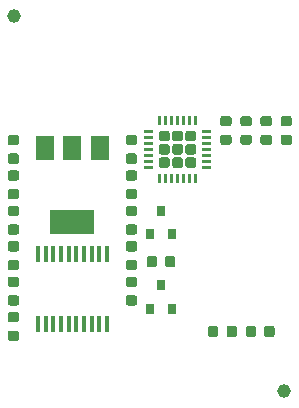
<source format=gtp>
G04 #@! TF.GenerationSoftware,KiCad,Pcbnew,5.0.2+dfsg1-1*
G04 #@! TF.CreationDate,2020-10-18T15:33:24+02:00*
G04 #@! TF.ProjectId,edgedriver,65646765-6472-4697-9665-722e6b696361,rev?*
G04 #@! TF.SameCoordinates,Original*
G04 #@! TF.FileFunction,Paste,Top*
G04 #@! TF.FilePolarity,Positive*
%FSLAX46Y46*%
G04 Gerber Fmt 4.6, Leading zero omitted, Abs format (unit mm)*
G04 Created by KiCad (PCBNEW 5.0.2+dfsg1-1) date Sun 18 Oct 2020 03:33:24 PM CEST*
%MOMM*%
%LPD*%
G01*
G04 APERTURE LIST*
%ADD10C,0.100000*%
%ADD11C,0.900000*%
%ADD12C,0.250000*%
%ADD13R,0.800000X0.900000*%
%ADD14C,1.152000*%
%ADD15C,0.875000*%
%ADD16R,3.800000X2.000000*%
%ADD17R,1.500000X2.000000*%
%ADD18R,0.450000X1.450000*%
G04 APERTURE END LIST*
D10*
G04 #@! TO.C,U4*
G36*
X3767054Y19828917D02*
X3788895Y19825677D01*
X3810314Y19820312D01*
X3831104Y19812873D01*
X3851064Y19803432D01*
X3870003Y19792081D01*
X3887738Y19778927D01*
X3904099Y19764099D01*
X3918927Y19747738D01*
X3932081Y19730003D01*
X3943432Y19711064D01*
X3952873Y19691104D01*
X3960312Y19670314D01*
X3965677Y19648895D01*
X3968917Y19627054D01*
X3970000Y19605000D01*
X3970000Y19155000D01*
X3968917Y19132946D01*
X3965677Y19111105D01*
X3960312Y19089686D01*
X3952873Y19068896D01*
X3943432Y19048936D01*
X3932081Y19029997D01*
X3918927Y19012262D01*
X3904099Y18995901D01*
X3887738Y18981073D01*
X3870003Y18967919D01*
X3851064Y18956568D01*
X3831104Y18947127D01*
X3810314Y18939688D01*
X3788895Y18934323D01*
X3767054Y18931083D01*
X3745000Y18930000D01*
X3295000Y18930000D01*
X3272946Y18931083D01*
X3251105Y18934323D01*
X3229686Y18939688D01*
X3208896Y18947127D01*
X3188936Y18956568D01*
X3169997Y18967919D01*
X3152262Y18981073D01*
X3135901Y18995901D01*
X3121073Y19012262D01*
X3107919Y19029997D01*
X3096568Y19048936D01*
X3087127Y19068896D01*
X3079688Y19089686D01*
X3074323Y19111105D01*
X3071083Y19132946D01*
X3070000Y19155000D01*
X3070000Y19605000D01*
X3071083Y19627054D01*
X3074323Y19648895D01*
X3079688Y19670314D01*
X3087127Y19691104D01*
X3096568Y19711064D01*
X3107919Y19730003D01*
X3121073Y19747738D01*
X3135901Y19764099D01*
X3152262Y19778927D01*
X3169997Y19792081D01*
X3188936Y19803432D01*
X3208896Y19812873D01*
X3229686Y19820312D01*
X3251105Y19825677D01*
X3272946Y19828917D01*
X3295000Y19830000D01*
X3745000Y19830000D01*
X3767054Y19828917D01*
X3767054Y19828917D01*
G37*
D11*
X3520000Y19380000D03*
D10*
G36*
X3767054Y20948917D02*
X3788895Y20945677D01*
X3810314Y20940312D01*
X3831104Y20932873D01*
X3851064Y20923432D01*
X3870003Y20912081D01*
X3887738Y20898927D01*
X3904099Y20884099D01*
X3918927Y20867738D01*
X3932081Y20850003D01*
X3943432Y20831064D01*
X3952873Y20811104D01*
X3960312Y20790314D01*
X3965677Y20768895D01*
X3968917Y20747054D01*
X3970000Y20725000D01*
X3970000Y20275000D01*
X3968917Y20252946D01*
X3965677Y20231105D01*
X3960312Y20209686D01*
X3952873Y20188896D01*
X3943432Y20168936D01*
X3932081Y20149997D01*
X3918927Y20132262D01*
X3904099Y20115901D01*
X3887738Y20101073D01*
X3870003Y20087919D01*
X3851064Y20076568D01*
X3831104Y20067127D01*
X3810314Y20059688D01*
X3788895Y20054323D01*
X3767054Y20051083D01*
X3745000Y20050000D01*
X3295000Y20050000D01*
X3272946Y20051083D01*
X3251105Y20054323D01*
X3229686Y20059688D01*
X3208896Y20067127D01*
X3188936Y20076568D01*
X3169997Y20087919D01*
X3152262Y20101073D01*
X3135901Y20115901D01*
X3121073Y20132262D01*
X3107919Y20149997D01*
X3096568Y20168936D01*
X3087127Y20188896D01*
X3079688Y20209686D01*
X3074323Y20231105D01*
X3071083Y20252946D01*
X3070000Y20275000D01*
X3070000Y20725000D01*
X3071083Y20747054D01*
X3074323Y20768895D01*
X3079688Y20790314D01*
X3087127Y20811104D01*
X3096568Y20831064D01*
X3107919Y20850003D01*
X3121073Y20867738D01*
X3135901Y20884099D01*
X3152262Y20898927D01*
X3169997Y20912081D01*
X3188936Y20923432D01*
X3208896Y20932873D01*
X3229686Y20940312D01*
X3251105Y20945677D01*
X3272946Y20948917D01*
X3295000Y20950000D01*
X3745000Y20950000D01*
X3767054Y20948917D01*
X3767054Y20948917D01*
G37*
D11*
X3520000Y20500000D03*
D10*
G36*
X3767054Y22068917D02*
X3788895Y22065677D01*
X3810314Y22060312D01*
X3831104Y22052873D01*
X3851064Y22043432D01*
X3870003Y22032081D01*
X3887738Y22018927D01*
X3904099Y22004099D01*
X3918927Y21987738D01*
X3932081Y21970003D01*
X3943432Y21951064D01*
X3952873Y21931104D01*
X3960312Y21910314D01*
X3965677Y21888895D01*
X3968917Y21867054D01*
X3970000Y21845000D01*
X3970000Y21395000D01*
X3968917Y21372946D01*
X3965677Y21351105D01*
X3960312Y21329686D01*
X3952873Y21308896D01*
X3943432Y21288936D01*
X3932081Y21269997D01*
X3918927Y21252262D01*
X3904099Y21235901D01*
X3887738Y21221073D01*
X3870003Y21207919D01*
X3851064Y21196568D01*
X3831104Y21187127D01*
X3810314Y21179688D01*
X3788895Y21174323D01*
X3767054Y21171083D01*
X3745000Y21170000D01*
X3295000Y21170000D01*
X3272946Y21171083D01*
X3251105Y21174323D01*
X3229686Y21179688D01*
X3208896Y21187127D01*
X3188936Y21196568D01*
X3169997Y21207919D01*
X3152262Y21221073D01*
X3135901Y21235901D01*
X3121073Y21252262D01*
X3107919Y21269997D01*
X3096568Y21288936D01*
X3087127Y21308896D01*
X3079688Y21329686D01*
X3074323Y21351105D01*
X3071083Y21372946D01*
X3070000Y21395000D01*
X3070000Y21845000D01*
X3071083Y21867054D01*
X3074323Y21888895D01*
X3079688Y21910314D01*
X3087127Y21931104D01*
X3096568Y21951064D01*
X3107919Y21970003D01*
X3121073Y21987738D01*
X3135901Y22004099D01*
X3152262Y22018927D01*
X3169997Y22032081D01*
X3188936Y22043432D01*
X3208896Y22052873D01*
X3229686Y22060312D01*
X3251105Y22065677D01*
X3272946Y22068917D01*
X3295000Y22070000D01*
X3745000Y22070000D01*
X3767054Y22068917D01*
X3767054Y22068917D01*
G37*
D11*
X3520000Y21620000D03*
D10*
G36*
X2647054Y19828917D02*
X2668895Y19825677D01*
X2690314Y19820312D01*
X2711104Y19812873D01*
X2731064Y19803432D01*
X2750003Y19792081D01*
X2767738Y19778927D01*
X2784099Y19764099D01*
X2798927Y19747738D01*
X2812081Y19730003D01*
X2823432Y19711064D01*
X2832873Y19691104D01*
X2840312Y19670314D01*
X2845677Y19648895D01*
X2848917Y19627054D01*
X2850000Y19605000D01*
X2850000Y19155000D01*
X2848917Y19132946D01*
X2845677Y19111105D01*
X2840312Y19089686D01*
X2832873Y19068896D01*
X2823432Y19048936D01*
X2812081Y19029997D01*
X2798927Y19012262D01*
X2784099Y18995901D01*
X2767738Y18981073D01*
X2750003Y18967919D01*
X2731064Y18956568D01*
X2711104Y18947127D01*
X2690314Y18939688D01*
X2668895Y18934323D01*
X2647054Y18931083D01*
X2625000Y18930000D01*
X2175000Y18930000D01*
X2152946Y18931083D01*
X2131105Y18934323D01*
X2109686Y18939688D01*
X2088896Y18947127D01*
X2068936Y18956568D01*
X2049997Y18967919D01*
X2032262Y18981073D01*
X2015901Y18995901D01*
X2001073Y19012262D01*
X1987919Y19029997D01*
X1976568Y19048936D01*
X1967127Y19068896D01*
X1959688Y19089686D01*
X1954323Y19111105D01*
X1951083Y19132946D01*
X1950000Y19155000D01*
X1950000Y19605000D01*
X1951083Y19627054D01*
X1954323Y19648895D01*
X1959688Y19670314D01*
X1967127Y19691104D01*
X1976568Y19711064D01*
X1987919Y19730003D01*
X2001073Y19747738D01*
X2015901Y19764099D01*
X2032262Y19778927D01*
X2049997Y19792081D01*
X2068936Y19803432D01*
X2088896Y19812873D01*
X2109686Y19820312D01*
X2131105Y19825677D01*
X2152946Y19828917D01*
X2175000Y19830000D01*
X2625000Y19830000D01*
X2647054Y19828917D01*
X2647054Y19828917D01*
G37*
D11*
X2400000Y19380000D03*
D10*
G36*
X2647054Y20948917D02*
X2668895Y20945677D01*
X2690314Y20940312D01*
X2711104Y20932873D01*
X2731064Y20923432D01*
X2750003Y20912081D01*
X2767738Y20898927D01*
X2784099Y20884099D01*
X2798927Y20867738D01*
X2812081Y20850003D01*
X2823432Y20831064D01*
X2832873Y20811104D01*
X2840312Y20790314D01*
X2845677Y20768895D01*
X2848917Y20747054D01*
X2850000Y20725000D01*
X2850000Y20275000D01*
X2848917Y20252946D01*
X2845677Y20231105D01*
X2840312Y20209686D01*
X2832873Y20188896D01*
X2823432Y20168936D01*
X2812081Y20149997D01*
X2798927Y20132262D01*
X2784099Y20115901D01*
X2767738Y20101073D01*
X2750003Y20087919D01*
X2731064Y20076568D01*
X2711104Y20067127D01*
X2690314Y20059688D01*
X2668895Y20054323D01*
X2647054Y20051083D01*
X2625000Y20050000D01*
X2175000Y20050000D01*
X2152946Y20051083D01*
X2131105Y20054323D01*
X2109686Y20059688D01*
X2088896Y20067127D01*
X2068936Y20076568D01*
X2049997Y20087919D01*
X2032262Y20101073D01*
X2015901Y20115901D01*
X2001073Y20132262D01*
X1987919Y20149997D01*
X1976568Y20168936D01*
X1967127Y20188896D01*
X1959688Y20209686D01*
X1954323Y20231105D01*
X1951083Y20252946D01*
X1950000Y20275000D01*
X1950000Y20725000D01*
X1951083Y20747054D01*
X1954323Y20768895D01*
X1959688Y20790314D01*
X1967127Y20811104D01*
X1976568Y20831064D01*
X1987919Y20850003D01*
X2001073Y20867738D01*
X2015901Y20884099D01*
X2032262Y20898927D01*
X2049997Y20912081D01*
X2068936Y20923432D01*
X2088896Y20932873D01*
X2109686Y20940312D01*
X2131105Y20945677D01*
X2152946Y20948917D01*
X2175000Y20950000D01*
X2625000Y20950000D01*
X2647054Y20948917D01*
X2647054Y20948917D01*
G37*
D11*
X2400000Y20500000D03*
D10*
G36*
X2647054Y22068917D02*
X2668895Y22065677D01*
X2690314Y22060312D01*
X2711104Y22052873D01*
X2731064Y22043432D01*
X2750003Y22032081D01*
X2767738Y22018927D01*
X2784099Y22004099D01*
X2798927Y21987738D01*
X2812081Y21970003D01*
X2823432Y21951064D01*
X2832873Y21931104D01*
X2840312Y21910314D01*
X2845677Y21888895D01*
X2848917Y21867054D01*
X2850000Y21845000D01*
X2850000Y21395000D01*
X2848917Y21372946D01*
X2845677Y21351105D01*
X2840312Y21329686D01*
X2832873Y21308896D01*
X2823432Y21288936D01*
X2812081Y21269997D01*
X2798927Y21252262D01*
X2784099Y21235901D01*
X2767738Y21221073D01*
X2750003Y21207919D01*
X2731064Y21196568D01*
X2711104Y21187127D01*
X2690314Y21179688D01*
X2668895Y21174323D01*
X2647054Y21171083D01*
X2625000Y21170000D01*
X2175000Y21170000D01*
X2152946Y21171083D01*
X2131105Y21174323D01*
X2109686Y21179688D01*
X2088896Y21187127D01*
X2068936Y21196568D01*
X2049997Y21207919D01*
X2032262Y21221073D01*
X2015901Y21235901D01*
X2001073Y21252262D01*
X1987919Y21269997D01*
X1976568Y21288936D01*
X1967127Y21308896D01*
X1959688Y21329686D01*
X1954323Y21351105D01*
X1951083Y21372946D01*
X1950000Y21395000D01*
X1950000Y21845000D01*
X1951083Y21867054D01*
X1954323Y21888895D01*
X1959688Y21910314D01*
X1967127Y21931104D01*
X1976568Y21951064D01*
X1987919Y21970003D01*
X2001073Y21987738D01*
X2015901Y22004099D01*
X2032262Y22018927D01*
X2049997Y22032081D01*
X2068936Y22043432D01*
X2088896Y22052873D01*
X2109686Y22060312D01*
X2131105Y22065677D01*
X2152946Y22068917D01*
X2175000Y22070000D01*
X2625000Y22070000D01*
X2647054Y22068917D01*
X2647054Y22068917D01*
G37*
D11*
X2400000Y21620000D03*
D10*
G36*
X1527054Y19828917D02*
X1548895Y19825677D01*
X1570314Y19820312D01*
X1591104Y19812873D01*
X1611064Y19803432D01*
X1630003Y19792081D01*
X1647738Y19778927D01*
X1664099Y19764099D01*
X1678927Y19747738D01*
X1692081Y19730003D01*
X1703432Y19711064D01*
X1712873Y19691104D01*
X1720312Y19670314D01*
X1725677Y19648895D01*
X1728917Y19627054D01*
X1730000Y19605000D01*
X1730000Y19155000D01*
X1728917Y19132946D01*
X1725677Y19111105D01*
X1720312Y19089686D01*
X1712873Y19068896D01*
X1703432Y19048936D01*
X1692081Y19029997D01*
X1678927Y19012262D01*
X1664099Y18995901D01*
X1647738Y18981073D01*
X1630003Y18967919D01*
X1611064Y18956568D01*
X1591104Y18947127D01*
X1570314Y18939688D01*
X1548895Y18934323D01*
X1527054Y18931083D01*
X1505000Y18930000D01*
X1055000Y18930000D01*
X1032946Y18931083D01*
X1011105Y18934323D01*
X989686Y18939688D01*
X968896Y18947127D01*
X948936Y18956568D01*
X929997Y18967919D01*
X912262Y18981073D01*
X895901Y18995901D01*
X881073Y19012262D01*
X867919Y19029997D01*
X856568Y19048936D01*
X847127Y19068896D01*
X839688Y19089686D01*
X834323Y19111105D01*
X831083Y19132946D01*
X830000Y19155000D01*
X830000Y19605000D01*
X831083Y19627054D01*
X834323Y19648895D01*
X839688Y19670314D01*
X847127Y19691104D01*
X856568Y19711064D01*
X867919Y19730003D01*
X881073Y19747738D01*
X895901Y19764099D01*
X912262Y19778927D01*
X929997Y19792081D01*
X948936Y19803432D01*
X968896Y19812873D01*
X989686Y19820312D01*
X1011105Y19825677D01*
X1032946Y19828917D01*
X1055000Y19830000D01*
X1505000Y19830000D01*
X1527054Y19828917D01*
X1527054Y19828917D01*
G37*
D11*
X1280000Y19380000D03*
D10*
G36*
X1527054Y20948917D02*
X1548895Y20945677D01*
X1570314Y20940312D01*
X1591104Y20932873D01*
X1611064Y20923432D01*
X1630003Y20912081D01*
X1647738Y20898927D01*
X1664099Y20884099D01*
X1678927Y20867738D01*
X1692081Y20850003D01*
X1703432Y20831064D01*
X1712873Y20811104D01*
X1720312Y20790314D01*
X1725677Y20768895D01*
X1728917Y20747054D01*
X1730000Y20725000D01*
X1730000Y20275000D01*
X1728917Y20252946D01*
X1725677Y20231105D01*
X1720312Y20209686D01*
X1712873Y20188896D01*
X1703432Y20168936D01*
X1692081Y20149997D01*
X1678927Y20132262D01*
X1664099Y20115901D01*
X1647738Y20101073D01*
X1630003Y20087919D01*
X1611064Y20076568D01*
X1591104Y20067127D01*
X1570314Y20059688D01*
X1548895Y20054323D01*
X1527054Y20051083D01*
X1505000Y20050000D01*
X1055000Y20050000D01*
X1032946Y20051083D01*
X1011105Y20054323D01*
X989686Y20059688D01*
X968896Y20067127D01*
X948936Y20076568D01*
X929997Y20087919D01*
X912262Y20101073D01*
X895901Y20115901D01*
X881073Y20132262D01*
X867919Y20149997D01*
X856568Y20168936D01*
X847127Y20188896D01*
X839688Y20209686D01*
X834323Y20231105D01*
X831083Y20252946D01*
X830000Y20275000D01*
X830000Y20725000D01*
X831083Y20747054D01*
X834323Y20768895D01*
X839688Y20790314D01*
X847127Y20811104D01*
X856568Y20831064D01*
X867919Y20850003D01*
X881073Y20867738D01*
X895901Y20884099D01*
X912262Y20898927D01*
X929997Y20912081D01*
X948936Y20923432D01*
X968896Y20932873D01*
X989686Y20940312D01*
X1011105Y20945677D01*
X1032946Y20948917D01*
X1055000Y20950000D01*
X1505000Y20950000D01*
X1527054Y20948917D01*
X1527054Y20948917D01*
G37*
D11*
X1280000Y20500000D03*
D10*
G36*
X1527054Y22068917D02*
X1548895Y22065677D01*
X1570314Y22060312D01*
X1591104Y22052873D01*
X1611064Y22043432D01*
X1630003Y22032081D01*
X1647738Y22018927D01*
X1664099Y22004099D01*
X1678927Y21987738D01*
X1692081Y21970003D01*
X1703432Y21951064D01*
X1712873Y21931104D01*
X1720312Y21910314D01*
X1725677Y21888895D01*
X1728917Y21867054D01*
X1730000Y21845000D01*
X1730000Y21395000D01*
X1728917Y21372946D01*
X1725677Y21351105D01*
X1720312Y21329686D01*
X1712873Y21308896D01*
X1703432Y21288936D01*
X1692081Y21269997D01*
X1678927Y21252262D01*
X1664099Y21235901D01*
X1647738Y21221073D01*
X1630003Y21207919D01*
X1611064Y21196568D01*
X1591104Y21187127D01*
X1570314Y21179688D01*
X1548895Y21174323D01*
X1527054Y21171083D01*
X1505000Y21170000D01*
X1055000Y21170000D01*
X1032946Y21171083D01*
X1011105Y21174323D01*
X989686Y21179688D01*
X968896Y21187127D01*
X948936Y21196568D01*
X929997Y21207919D01*
X912262Y21221073D01*
X895901Y21235901D01*
X881073Y21252262D01*
X867919Y21269997D01*
X856568Y21288936D01*
X847127Y21308896D01*
X839688Y21329686D01*
X834323Y21351105D01*
X831083Y21372946D01*
X830000Y21395000D01*
X830000Y21845000D01*
X831083Y21867054D01*
X834323Y21888895D01*
X839688Y21910314D01*
X847127Y21931104D01*
X856568Y21951064D01*
X867919Y21970003D01*
X881073Y21987738D01*
X895901Y22004099D01*
X912262Y22018927D01*
X929997Y22032081D01*
X948936Y22043432D01*
X968896Y22052873D01*
X989686Y22060312D01*
X1011105Y22065677D01*
X1032946Y22068917D01*
X1055000Y22070000D01*
X1505000Y22070000D01*
X1527054Y22068917D01*
X1527054Y22068917D01*
G37*
D11*
X1280000Y21620000D03*
D10*
G36*
X5193626Y19124699D02*
X5199693Y19123799D01*
X5205643Y19122309D01*
X5211418Y19120242D01*
X5216962Y19117620D01*
X5222223Y19114467D01*
X5227150Y19110813D01*
X5231694Y19106694D01*
X5235813Y19102150D01*
X5239467Y19097223D01*
X5242620Y19091962D01*
X5245242Y19086418D01*
X5247309Y19080643D01*
X5248799Y19074693D01*
X5249699Y19068626D01*
X5250000Y19062500D01*
X5250000Y18937500D01*
X5249699Y18931374D01*
X5248799Y18925307D01*
X5247309Y18919357D01*
X5245242Y18913582D01*
X5242620Y18908038D01*
X5239467Y18902777D01*
X5235813Y18897850D01*
X5231694Y18893306D01*
X5227150Y18889187D01*
X5222223Y18885533D01*
X5216962Y18882380D01*
X5211418Y18879758D01*
X5205643Y18877691D01*
X5199693Y18876201D01*
X5193626Y18875301D01*
X5187500Y18875000D01*
X4512500Y18875000D01*
X4506374Y18875301D01*
X4500307Y18876201D01*
X4494357Y18877691D01*
X4488582Y18879758D01*
X4483038Y18882380D01*
X4477777Y18885533D01*
X4472850Y18889187D01*
X4468306Y18893306D01*
X4464187Y18897850D01*
X4460533Y18902777D01*
X4457380Y18908038D01*
X4454758Y18913582D01*
X4452691Y18919357D01*
X4451201Y18925307D01*
X4450301Y18931374D01*
X4450000Y18937500D01*
X4450000Y19062500D01*
X4450301Y19068626D01*
X4451201Y19074693D01*
X4452691Y19080643D01*
X4454758Y19086418D01*
X4457380Y19091962D01*
X4460533Y19097223D01*
X4464187Y19102150D01*
X4468306Y19106694D01*
X4472850Y19110813D01*
X4477777Y19114467D01*
X4483038Y19117620D01*
X4488582Y19120242D01*
X4494357Y19122309D01*
X4500307Y19123799D01*
X4506374Y19124699D01*
X4512500Y19125000D01*
X5187500Y19125000D01*
X5193626Y19124699D01*
X5193626Y19124699D01*
G37*
D12*
X4850000Y19000000D03*
D10*
G36*
X5193626Y19624699D02*
X5199693Y19623799D01*
X5205643Y19622309D01*
X5211418Y19620242D01*
X5216962Y19617620D01*
X5222223Y19614467D01*
X5227150Y19610813D01*
X5231694Y19606694D01*
X5235813Y19602150D01*
X5239467Y19597223D01*
X5242620Y19591962D01*
X5245242Y19586418D01*
X5247309Y19580643D01*
X5248799Y19574693D01*
X5249699Y19568626D01*
X5250000Y19562500D01*
X5250000Y19437500D01*
X5249699Y19431374D01*
X5248799Y19425307D01*
X5247309Y19419357D01*
X5245242Y19413582D01*
X5242620Y19408038D01*
X5239467Y19402777D01*
X5235813Y19397850D01*
X5231694Y19393306D01*
X5227150Y19389187D01*
X5222223Y19385533D01*
X5216962Y19382380D01*
X5211418Y19379758D01*
X5205643Y19377691D01*
X5199693Y19376201D01*
X5193626Y19375301D01*
X5187500Y19375000D01*
X4512500Y19375000D01*
X4506374Y19375301D01*
X4500307Y19376201D01*
X4494357Y19377691D01*
X4488582Y19379758D01*
X4483038Y19382380D01*
X4477777Y19385533D01*
X4472850Y19389187D01*
X4468306Y19393306D01*
X4464187Y19397850D01*
X4460533Y19402777D01*
X4457380Y19408038D01*
X4454758Y19413582D01*
X4452691Y19419357D01*
X4451201Y19425307D01*
X4450301Y19431374D01*
X4450000Y19437500D01*
X4450000Y19562500D01*
X4450301Y19568626D01*
X4451201Y19574693D01*
X4452691Y19580643D01*
X4454758Y19586418D01*
X4457380Y19591962D01*
X4460533Y19597223D01*
X4464187Y19602150D01*
X4468306Y19606694D01*
X4472850Y19610813D01*
X4477777Y19614467D01*
X4483038Y19617620D01*
X4488582Y19620242D01*
X4494357Y19622309D01*
X4500307Y19623799D01*
X4506374Y19624699D01*
X4512500Y19625000D01*
X5187500Y19625000D01*
X5193626Y19624699D01*
X5193626Y19624699D01*
G37*
D12*
X4850000Y19500000D03*
D10*
G36*
X5193626Y20124699D02*
X5199693Y20123799D01*
X5205643Y20122309D01*
X5211418Y20120242D01*
X5216962Y20117620D01*
X5222223Y20114467D01*
X5227150Y20110813D01*
X5231694Y20106694D01*
X5235813Y20102150D01*
X5239467Y20097223D01*
X5242620Y20091962D01*
X5245242Y20086418D01*
X5247309Y20080643D01*
X5248799Y20074693D01*
X5249699Y20068626D01*
X5250000Y20062500D01*
X5250000Y19937500D01*
X5249699Y19931374D01*
X5248799Y19925307D01*
X5247309Y19919357D01*
X5245242Y19913582D01*
X5242620Y19908038D01*
X5239467Y19902777D01*
X5235813Y19897850D01*
X5231694Y19893306D01*
X5227150Y19889187D01*
X5222223Y19885533D01*
X5216962Y19882380D01*
X5211418Y19879758D01*
X5205643Y19877691D01*
X5199693Y19876201D01*
X5193626Y19875301D01*
X5187500Y19875000D01*
X4512500Y19875000D01*
X4506374Y19875301D01*
X4500307Y19876201D01*
X4494357Y19877691D01*
X4488582Y19879758D01*
X4483038Y19882380D01*
X4477777Y19885533D01*
X4472850Y19889187D01*
X4468306Y19893306D01*
X4464187Y19897850D01*
X4460533Y19902777D01*
X4457380Y19908038D01*
X4454758Y19913582D01*
X4452691Y19919357D01*
X4451201Y19925307D01*
X4450301Y19931374D01*
X4450000Y19937500D01*
X4450000Y20062500D01*
X4450301Y20068626D01*
X4451201Y20074693D01*
X4452691Y20080643D01*
X4454758Y20086418D01*
X4457380Y20091962D01*
X4460533Y20097223D01*
X4464187Y20102150D01*
X4468306Y20106694D01*
X4472850Y20110813D01*
X4477777Y20114467D01*
X4483038Y20117620D01*
X4488582Y20120242D01*
X4494357Y20122309D01*
X4500307Y20123799D01*
X4506374Y20124699D01*
X4512500Y20125000D01*
X5187500Y20125000D01*
X5193626Y20124699D01*
X5193626Y20124699D01*
G37*
D12*
X4850000Y20000000D03*
D10*
G36*
X5193626Y20624699D02*
X5199693Y20623799D01*
X5205643Y20622309D01*
X5211418Y20620242D01*
X5216962Y20617620D01*
X5222223Y20614467D01*
X5227150Y20610813D01*
X5231694Y20606694D01*
X5235813Y20602150D01*
X5239467Y20597223D01*
X5242620Y20591962D01*
X5245242Y20586418D01*
X5247309Y20580643D01*
X5248799Y20574693D01*
X5249699Y20568626D01*
X5250000Y20562500D01*
X5250000Y20437500D01*
X5249699Y20431374D01*
X5248799Y20425307D01*
X5247309Y20419357D01*
X5245242Y20413582D01*
X5242620Y20408038D01*
X5239467Y20402777D01*
X5235813Y20397850D01*
X5231694Y20393306D01*
X5227150Y20389187D01*
X5222223Y20385533D01*
X5216962Y20382380D01*
X5211418Y20379758D01*
X5205643Y20377691D01*
X5199693Y20376201D01*
X5193626Y20375301D01*
X5187500Y20375000D01*
X4512500Y20375000D01*
X4506374Y20375301D01*
X4500307Y20376201D01*
X4494357Y20377691D01*
X4488582Y20379758D01*
X4483038Y20382380D01*
X4477777Y20385533D01*
X4472850Y20389187D01*
X4468306Y20393306D01*
X4464187Y20397850D01*
X4460533Y20402777D01*
X4457380Y20408038D01*
X4454758Y20413582D01*
X4452691Y20419357D01*
X4451201Y20425307D01*
X4450301Y20431374D01*
X4450000Y20437500D01*
X4450000Y20562500D01*
X4450301Y20568626D01*
X4451201Y20574693D01*
X4452691Y20580643D01*
X4454758Y20586418D01*
X4457380Y20591962D01*
X4460533Y20597223D01*
X4464187Y20602150D01*
X4468306Y20606694D01*
X4472850Y20610813D01*
X4477777Y20614467D01*
X4483038Y20617620D01*
X4488582Y20620242D01*
X4494357Y20622309D01*
X4500307Y20623799D01*
X4506374Y20624699D01*
X4512500Y20625000D01*
X5187500Y20625000D01*
X5193626Y20624699D01*
X5193626Y20624699D01*
G37*
D12*
X4850000Y20500000D03*
D10*
G36*
X5193626Y21124699D02*
X5199693Y21123799D01*
X5205643Y21122309D01*
X5211418Y21120242D01*
X5216962Y21117620D01*
X5222223Y21114467D01*
X5227150Y21110813D01*
X5231694Y21106694D01*
X5235813Y21102150D01*
X5239467Y21097223D01*
X5242620Y21091962D01*
X5245242Y21086418D01*
X5247309Y21080643D01*
X5248799Y21074693D01*
X5249699Y21068626D01*
X5250000Y21062500D01*
X5250000Y20937500D01*
X5249699Y20931374D01*
X5248799Y20925307D01*
X5247309Y20919357D01*
X5245242Y20913582D01*
X5242620Y20908038D01*
X5239467Y20902777D01*
X5235813Y20897850D01*
X5231694Y20893306D01*
X5227150Y20889187D01*
X5222223Y20885533D01*
X5216962Y20882380D01*
X5211418Y20879758D01*
X5205643Y20877691D01*
X5199693Y20876201D01*
X5193626Y20875301D01*
X5187500Y20875000D01*
X4512500Y20875000D01*
X4506374Y20875301D01*
X4500307Y20876201D01*
X4494357Y20877691D01*
X4488582Y20879758D01*
X4483038Y20882380D01*
X4477777Y20885533D01*
X4472850Y20889187D01*
X4468306Y20893306D01*
X4464187Y20897850D01*
X4460533Y20902777D01*
X4457380Y20908038D01*
X4454758Y20913582D01*
X4452691Y20919357D01*
X4451201Y20925307D01*
X4450301Y20931374D01*
X4450000Y20937500D01*
X4450000Y21062500D01*
X4450301Y21068626D01*
X4451201Y21074693D01*
X4452691Y21080643D01*
X4454758Y21086418D01*
X4457380Y21091962D01*
X4460533Y21097223D01*
X4464187Y21102150D01*
X4468306Y21106694D01*
X4472850Y21110813D01*
X4477777Y21114467D01*
X4483038Y21117620D01*
X4488582Y21120242D01*
X4494357Y21122309D01*
X4500307Y21123799D01*
X4506374Y21124699D01*
X4512500Y21125000D01*
X5187500Y21125000D01*
X5193626Y21124699D01*
X5193626Y21124699D01*
G37*
D12*
X4850000Y21000000D03*
D10*
G36*
X5193626Y21624699D02*
X5199693Y21623799D01*
X5205643Y21622309D01*
X5211418Y21620242D01*
X5216962Y21617620D01*
X5222223Y21614467D01*
X5227150Y21610813D01*
X5231694Y21606694D01*
X5235813Y21602150D01*
X5239467Y21597223D01*
X5242620Y21591962D01*
X5245242Y21586418D01*
X5247309Y21580643D01*
X5248799Y21574693D01*
X5249699Y21568626D01*
X5250000Y21562500D01*
X5250000Y21437500D01*
X5249699Y21431374D01*
X5248799Y21425307D01*
X5247309Y21419357D01*
X5245242Y21413582D01*
X5242620Y21408038D01*
X5239467Y21402777D01*
X5235813Y21397850D01*
X5231694Y21393306D01*
X5227150Y21389187D01*
X5222223Y21385533D01*
X5216962Y21382380D01*
X5211418Y21379758D01*
X5205643Y21377691D01*
X5199693Y21376201D01*
X5193626Y21375301D01*
X5187500Y21375000D01*
X4512500Y21375000D01*
X4506374Y21375301D01*
X4500307Y21376201D01*
X4494357Y21377691D01*
X4488582Y21379758D01*
X4483038Y21382380D01*
X4477777Y21385533D01*
X4472850Y21389187D01*
X4468306Y21393306D01*
X4464187Y21397850D01*
X4460533Y21402777D01*
X4457380Y21408038D01*
X4454758Y21413582D01*
X4452691Y21419357D01*
X4451201Y21425307D01*
X4450301Y21431374D01*
X4450000Y21437500D01*
X4450000Y21562500D01*
X4450301Y21568626D01*
X4451201Y21574693D01*
X4452691Y21580643D01*
X4454758Y21586418D01*
X4457380Y21591962D01*
X4460533Y21597223D01*
X4464187Y21602150D01*
X4468306Y21606694D01*
X4472850Y21610813D01*
X4477777Y21614467D01*
X4483038Y21617620D01*
X4488582Y21620242D01*
X4494357Y21622309D01*
X4500307Y21623799D01*
X4506374Y21624699D01*
X4512500Y21625000D01*
X5187500Y21625000D01*
X5193626Y21624699D01*
X5193626Y21624699D01*
G37*
D12*
X4850000Y21500000D03*
D10*
G36*
X5193626Y22124699D02*
X5199693Y22123799D01*
X5205643Y22122309D01*
X5211418Y22120242D01*
X5216962Y22117620D01*
X5222223Y22114467D01*
X5227150Y22110813D01*
X5231694Y22106694D01*
X5235813Y22102150D01*
X5239467Y22097223D01*
X5242620Y22091962D01*
X5245242Y22086418D01*
X5247309Y22080643D01*
X5248799Y22074693D01*
X5249699Y22068626D01*
X5250000Y22062500D01*
X5250000Y21937500D01*
X5249699Y21931374D01*
X5248799Y21925307D01*
X5247309Y21919357D01*
X5245242Y21913582D01*
X5242620Y21908038D01*
X5239467Y21902777D01*
X5235813Y21897850D01*
X5231694Y21893306D01*
X5227150Y21889187D01*
X5222223Y21885533D01*
X5216962Y21882380D01*
X5211418Y21879758D01*
X5205643Y21877691D01*
X5199693Y21876201D01*
X5193626Y21875301D01*
X5187500Y21875000D01*
X4512500Y21875000D01*
X4506374Y21875301D01*
X4500307Y21876201D01*
X4494357Y21877691D01*
X4488582Y21879758D01*
X4483038Y21882380D01*
X4477777Y21885533D01*
X4472850Y21889187D01*
X4468306Y21893306D01*
X4464187Y21897850D01*
X4460533Y21902777D01*
X4457380Y21908038D01*
X4454758Y21913582D01*
X4452691Y21919357D01*
X4451201Y21925307D01*
X4450301Y21931374D01*
X4450000Y21937500D01*
X4450000Y22062500D01*
X4450301Y22068626D01*
X4451201Y22074693D01*
X4452691Y22080643D01*
X4454758Y22086418D01*
X4457380Y22091962D01*
X4460533Y22097223D01*
X4464187Y22102150D01*
X4468306Y22106694D01*
X4472850Y22110813D01*
X4477777Y22114467D01*
X4483038Y22117620D01*
X4488582Y22120242D01*
X4494357Y22122309D01*
X4500307Y22123799D01*
X4506374Y22124699D01*
X4512500Y22125000D01*
X5187500Y22125000D01*
X5193626Y22124699D01*
X5193626Y22124699D01*
G37*
D12*
X4850000Y22000000D03*
D10*
G36*
X3968626Y23349699D02*
X3974693Y23348799D01*
X3980643Y23347309D01*
X3986418Y23345242D01*
X3991962Y23342620D01*
X3997223Y23339467D01*
X4002150Y23335813D01*
X4006694Y23331694D01*
X4010813Y23327150D01*
X4014467Y23322223D01*
X4017620Y23316962D01*
X4020242Y23311418D01*
X4022309Y23305643D01*
X4023799Y23299693D01*
X4024699Y23293626D01*
X4025000Y23287500D01*
X4025000Y22612500D01*
X4024699Y22606374D01*
X4023799Y22600307D01*
X4022309Y22594357D01*
X4020242Y22588582D01*
X4017620Y22583038D01*
X4014467Y22577777D01*
X4010813Y22572850D01*
X4006694Y22568306D01*
X4002150Y22564187D01*
X3997223Y22560533D01*
X3991962Y22557380D01*
X3986418Y22554758D01*
X3980643Y22552691D01*
X3974693Y22551201D01*
X3968626Y22550301D01*
X3962500Y22550000D01*
X3837500Y22550000D01*
X3831374Y22550301D01*
X3825307Y22551201D01*
X3819357Y22552691D01*
X3813582Y22554758D01*
X3808038Y22557380D01*
X3802777Y22560533D01*
X3797850Y22564187D01*
X3793306Y22568306D01*
X3789187Y22572850D01*
X3785533Y22577777D01*
X3782380Y22583038D01*
X3779758Y22588582D01*
X3777691Y22594357D01*
X3776201Y22600307D01*
X3775301Y22606374D01*
X3775000Y22612500D01*
X3775000Y23287500D01*
X3775301Y23293626D01*
X3776201Y23299693D01*
X3777691Y23305643D01*
X3779758Y23311418D01*
X3782380Y23316962D01*
X3785533Y23322223D01*
X3789187Y23327150D01*
X3793306Y23331694D01*
X3797850Y23335813D01*
X3802777Y23339467D01*
X3808038Y23342620D01*
X3813582Y23345242D01*
X3819357Y23347309D01*
X3825307Y23348799D01*
X3831374Y23349699D01*
X3837500Y23350000D01*
X3962500Y23350000D01*
X3968626Y23349699D01*
X3968626Y23349699D01*
G37*
D12*
X3900000Y22950000D03*
D10*
G36*
X3468626Y23349699D02*
X3474693Y23348799D01*
X3480643Y23347309D01*
X3486418Y23345242D01*
X3491962Y23342620D01*
X3497223Y23339467D01*
X3502150Y23335813D01*
X3506694Y23331694D01*
X3510813Y23327150D01*
X3514467Y23322223D01*
X3517620Y23316962D01*
X3520242Y23311418D01*
X3522309Y23305643D01*
X3523799Y23299693D01*
X3524699Y23293626D01*
X3525000Y23287500D01*
X3525000Y22612500D01*
X3524699Y22606374D01*
X3523799Y22600307D01*
X3522309Y22594357D01*
X3520242Y22588582D01*
X3517620Y22583038D01*
X3514467Y22577777D01*
X3510813Y22572850D01*
X3506694Y22568306D01*
X3502150Y22564187D01*
X3497223Y22560533D01*
X3491962Y22557380D01*
X3486418Y22554758D01*
X3480643Y22552691D01*
X3474693Y22551201D01*
X3468626Y22550301D01*
X3462500Y22550000D01*
X3337500Y22550000D01*
X3331374Y22550301D01*
X3325307Y22551201D01*
X3319357Y22552691D01*
X3313582Y22554758D01*
X3308038Y22557380D01*
X3302777Y22560533D01*
X3297850Y22564187D01*
X3293306Y22568306D01*
X3289187Y22572850D01*
X3285533Y22577777D01*
X3282380Y22583038D01*
X3279758Y22588582D01*
X3277691Y22594357D01*
X3276201Y22600307D01*
X3275301Y22606374D01*
X3275000Y22612500D01*
X3275000Y23287500D01*
X3275301Y23293626D01*
X3276201Y23299693D01*
X3277691Y23305643D01*
X3279758Y23311418D01*
X3282380Y23316962D01*
X3285533Y23322223D01*
X3289187Y23327150D01*
X3293306Y23331694D01*
X3297850Y23335813D01*
X3302777Y23339467D01*
X3308038Y23342620D01*
X3313582Y23345242D01*
X3319357Y23347309D01*
X3325307Y23348799D01*
X3331374Y23349699D01*
X3337500Y23350000D01*
X3462500Y23350000D01*
X3468626Y23349699D01*
X3468626Y23349699D01*
G37*
D12*
X3400000Y22950000D03*
D10*
G36*
X2968626Y23349699D02*
X2974693Y23348799D01*
X2980643Y23347309D01*
X2986418Y23345242D01*
X2991962Y23342620D01*
X2997223Y23339467D01*
X3002150Y23335813D01*
X3006694Y23331694D01*
X3010813Y23327150D01*
X3014467Y23322223D01*
X3017620Y23316962D01*
X3020242Y23311418D01*
X3022309Y23305643D01*
X3023799Y23299693D01*
X3024699Y23293626D01*
X3025000Y23287500D01*
X3025000Y22612500D01*
X3024699Y22606374D01*
X3023799Y22600307D01*
X3022309Y22594357D01*
X3020242Y22588582D01*
X3017620Y22583038D01*
X3014467Y22577777D01*
X3010813Y22572850D01*
X3006694Y22568306D01*
X3002150Y22564187D01*
X2997223Y22560533D01*
X2991962Y22557380D01*
X2986418Y22554758D01*
X2980643Y22552691D01*
X2974693Y22551201D01*
X2968626Y22550301D01*
X2962500Y22550000D01*
X2837500Y22550000D01*
X2831374Y22550301D01*
X2825307Y22551201D01*
X2819357Y22552691D01*
X2813582Y22554758D01*
X2808038Y22557380D01*
X2802777Y22560533D01*
X2797850Y22564187D01*
X2793306Y22568306D01*
X2789187Y22572850D01*
X2785533Y22577777D01*
X2782380Y22583038D01*
X2779758Y22588582D01*
X2777691Y22594357D01*
X2776201Y22600307D01*
X2775301Y22606374D01*
X2775000Y22612500D01*
X2775000Y23287500D01*
X2775301Y23293626D01*
X2776201Y23299693D01*
X2777691Y23305643D01*
X2779758Y23311418D01*
X2782380Y23316962D01*
X2785533Y23322223D01*
X2789187Y23327150D01*
X2793306Y23331694D01*
X2797850Y23335813D01*
X2802777Y23339467D01*
X2808038Y23342620D01*
X2813582Y23345242D01*
X2819357Y23347309D01*
X2825307Y23348799D01*
X2831374Y23349699D01*
X2837500Y23350000D01*
X2962500Y23350000D01*
X2968626Y23349699D01*
X2968626Y23349699D01*
G37*
D12*
X2900000Y22950000D03*
D10*
G36*
X2468626Y23349699D02*
X2474693Y23348799D01*
X2480643Y23347309D01*
X2486418Y23345242D01*
X2491962Y23342620D01*
X2497223Y23339467D01*
X2502150Y23335813D01*
X2506694Y23331694D01*
X2510813Y23327150D01*
X2514467Y23322223D01*
X2517620Y23316962D01*
X2520242Y23311418D01*
X2522309Y23305643D01*
X2523799Y23299693D01*
X2524699Y23293626D01*
X2525000Y23287500D01*
X2525000Y22612500D01*
X2524699Y22606374D01*
X2523799Y22600307D01*
X2522309Y22594357D01*
X2520242Y22588582D01*
X2517620Y22583038D01*
X2514467Y22577777D01*
X2510813Y22572850D01*
X2506694Y22568306D01*
X2502150Y22564187D01*
X2497223Y22560533D01*
X2491962Y22557380D01*
X2486418Y22554758D01*
X2480643Y22552691D01*
X2474693Y22551201D01*
X2468626Y22550301D01*
X2462500Y22550000D01*
X2337500Y22550000D01*
X2331374Y22550301D01*
X2325307Y22551201D01*
X2319357Y22552691D01*
X2313582Y22554758D01*
X2308038Y22557380D01*
X2302777Y22560533D01*
X2297850Y22564187D01*
X2293306Y22568306D01*
X2289187Y22572850D01*
X2285533Y22577777D01*
X2282380Y22583038D01*
X2279758Y22588582D01*
X2277691Y22594357D01*
X2276201Y22600307D01*
X2275301Y22606374D01*
X2275000Y22612500D01*
X2275000Y23287500D01*
X2275301Y23293626D01*
X2276201Y23299693D01*
X2277691Y23305643D01*
X2279758Y23311418D01*
X2282380Y23316962D01*
X2285533Y23322223D01*
X2289187Y23327150D01*
X2293306Y23331694D01*
X2297850Y23335813D01*
X2302777Y23339467D01*
X2308038Y23342620D01*
X2313582Y23345242D01*
X2319357Y23347309D01*
X2325307Y23348799D01*
X2331374Y23349699D01*
X2337500Y23350000D01*
X2462500Y23350000D01*
X2468626Y23349699D01*
X2468626Y23349699D01*
G37*
D12*
X2400000Y22950000D03*
D10*
G36*
X1968626Y23349699D02*
X1974693Y23348799D01*
X1980643Y23347309D01*
X1986418Y23345242D01*
X1991962Y23342620D01*
X1997223Y23339467D01*
X2002150Y23335813D01*
X2006694Y23331694D01*
X2010813Y23327150D01*
X2014467Y23322223D01*
X2017620Y23316962D01*
X2020242Y23311418D01*
X2022309Y23305643D01*
X2023799Y23299693D01*
X2024699Y23293626D01*
X2025000Y23287500D01*
X2025000Y22612500D01*
X2024699Y22606374D01*
X2023799Y22600307D01*
X2022309Y22594357D01*
X2020242Y22588582D01*
X2017620Y22583038D01*
X2014467Y22577777D01*
X2010813Y22572850D01*
X2006694Y22568306D01*
X2002150Y22564187D01*
X1997223Y22560533D01*
X1991962Y22557380D01*
X1986418Y22554758D01*
X1980643Y22552691D01*
X1974693Y22551201D01*
X1968626Y22550301D01*
X1962500Y22550000D01*
X1837500Y22550000D01*
X1831374Y22550301D01*
X1825307Y22551201D01*
X1819357Y22552691D01*
X1813582Y22554758D01*
X1808038Y22557380D01*
X1802777Y22560533D01*
X1797850Y22564187D01*
X1793306Y22568306D01*
X1789187Y22572850D01*
X1785533Y22577777D01*
X1782380Y22583038D01*
X1779758Y22588582D01*
X1777691Y22594357D01*
X1776201Y22600307D01*
X1775301Y22606374D01*
X1775000Y22612500D01*
X1775000Y23287500D01*
X1775301Y23293626D01*
X1776201Y23299693D01*
X1777691Y23305643D01*
X1779758Y23311418D01*
X1782380Y23316962D01*
X1785533Y23322223D01*
X1789187Y23327150D01*
X1793306Y23331694D01*
X1797850Y23335813D01*
X1802777Y23339467D01*
X1808038Y23342620D01*
X1813582Y23345242D01*
X1819357Y23347309D01*
X1825307Y23348799D01*
X1831374Y23349699D01*
X1837500Y23350000D01*
X1962500Y23350000D01*
X1968626Y23349699D01*
X1968626Y23349699D01*
G37*
D12*
X1900000Y22950000D03*
D10*
G36*
X1468626Y23349699D02*
X1474693Y23348799D01*
X1480643Y23347309D01*
X1486418Y23345242D01*
X1491962Y23342620D01*
X1497223Y23339467D01*
X1502150Y23335813D01*
X1506694Y23331694D01*
X1510813Y23327150D01*
X1514467Y23322223D01*
X1517620Y23316962D01*
X1520242Y23311418D01*
X1522309Y23305643D01*
X1523799Y23299693D01*
X1524699Y23293626D01*
X1525000Y23287500D01*
X1525000Y22612500D01*
X1524699Y22606374D01*
X1523799Y22600307D01*
X1522309Y22594357D01*
X1520242Y22588582D01*
X1517620Y22583038D01*
X1514467Y22577777D01*
X1510813Y22572850D01*
X1506694Y22568306D01*
X1502150Y22564187D01*
X1497223Y22560533D01*
X1491962Y22557380D01*
X1486418Y22554758D01*
X1480643Y22552691D01*
X1474693Y22551201D01*
X1468626Y22550301D01*
X1462500Y22550000D01*
X1337500Y22550000D01*
X1331374Y22550301D01*
X1325307Y22551201D01*
X1319357Y22552691D01*
X1313582Y22554758D01*
X1308038Y22557380D01*
X1302777Y22560533D01*
X1297850Y22564187D01*
X1293306Y22568306D01*
X1289187Y22572850D01*
X1285533Y22577777D01*
X1282380Y22583038D01*
X1279758Y22588582D01*
X1277691Y22594357D01*
X1276201Y22600307D01*
X1275301Y22606374D01*
X1275000Y22612500D01*
X1275000Y23287500D01*
X1275301Y23293626D01*
X1276201Y23299693D01*
X1277691Y23305643D01*
X1279758Y23311418D01*
X1282380Y23316962D01*
X1285533Y23322223D01*
X1289187Y23327150D01*
X1293306Y23331694D01*
X1297850Y23335813D01*
X1302777Y23339467D01*
X1308038Y23342620D01*
X1313582Y23345242D01*
X1319357Y23347309D01*
X1325307Y23348799D01*
X1331374Y23349699D01*
X1337500Y23350000D01*
X1462500Y23350000D01*
X1468626Y23349699D01*
X1468626Y23349699D01*
G37*
D12*
X1400000Y22950000D03*
D10*
G36*
X968626Y23349699D02*
X974693Y23348799D01*
X980643Y23347309D01*
X986418Y23345242D01*
X991962Y23342620D01*
X997223Y23339467D01*
X1002150Y23335813D01*
X1006694Y23331694D01*
X1010813Y23327150D01*
X1014467Y23322223D01*
X1017620Y23316962D01*
X1020242Y23311418D01*
X1022309Y23305643D01*
X1023799Y23299693D01*
X1024699Y23293626D01*
X1025000Y23287500D01*
X1025000Y22612500D01*
X1024699Y22606374D01*
X1023799Y22600307D01*
X1022309Y22594357D01*
X1020242Y22588582D01*
X1017620Y22583038D01*
X1014467Y22577777D01*
X1010813Y22572850D01*
X1006694Y22568306D01*
X1002150Y22564187D01*
X997223Y22560533D01*
X991962Y22557380D01*
X986418Y22554758D01*
X980643Y22552691D01*
X974693Y22551201D01*
X968626Y22550301D01*
X962500Y22550000D01*
X837500Y22550000D01*
X831374Y22550301D01*
X825307Y22551201D01*
X819357Y22552691D01*
X813582Y22554758D01*
X808038Y22557380D01*
X802777Y22560533D01*
X797850Y22564187D01*
X793306Y22568306D01*
X789187Y22572850D01*
X785533Y22577777D01*
X782380Y22583038D01*
X779758Y22588582D01*
X777691Y22594357D01*
X776201Y22600307D01*
X775301Y22606374D01*
X775000Y22612500D01*
X775000Y23287500D01*
X775301Y23293626D01*
X776201Y23299693D01*
X777691Y23305643D01*
X779758Y23311418D01*
X782380Y23316962D01*
X785533Y23322223D01*
X789187Y23327150D01*
X793306Y23331694D01*
X797850Y23335813D01*
X802777Y23339467D01*
X808038Y23342620D01*
X813582Y23345242D01*
X819357Y23347309D01*
X825307Y23348799D01*
X831374Y23349699D01*
X837500Y23350000D01*
X962500Y23350000D01*
X968626Y23349699D01*
X968626Y23349699D01*
G37*
D12*
X900000Y22950000D03*
D10*
G36*
X293626Y22124699D02*
X299693Y22123799D01*
X305643Y22122309D01*
X311418Y22120242D01*
X316962Y22117620D01*
X322223Y22114467D01*
X327150Y22110813D01*
X331694Y22106694D01*
X335813Y22102150D01*
X339467Y22097223D01*
X342620Y22091962D01*
X345242Y22086418D01*
X347309Y22080643D01*
X348799Y22074693D01*
X349699Y22068626D01*
X350000Y22062500D01*
X350000Y21937500D01*
X349699Y21931374D01*
X348799Y21925307D01*
X347309Y21919357D01*
X345242Y21913582D01*
X342620Y21908038D01*
X339467Y21902777D01*
X335813Y21897850D01*
X331694Y21893306D01*
X327150Y21889187D01*
X322223Y21885533D01*
X316962Y21882380D01*
X311418Y21879758D01*
X305643Y21877691D01*
X299693Y21876201D01*
X293626Y21875301D01*
X287500Y21875000D01*
X-387500Y21875000D01*
X-393626Y21875301D01*
X-399693Y21876201D01*
X-405643Y21877691D01*
X-411418Y21879758D01*
X-416962Y21882380D01*
X-422223Y21885533D01*
X-427150Y21889187D01*
X-431694Y21893306D01*
X-435813Y21897850D01*
X-439467Y21902777D01*
X-442620Y21908038D01*
X-445242Y21913582D01*
X-447309Y21919357D01*
X-448799Y21925307D01*
X-449699Y21931374D01*
X-450000Y21937500D01*
X-450000Y22062500D01*
X-449699Y22068626D01*
X-448799Y22074693D01*
X-447309Y22080643D01*
X-445242Y22086418D01*
X-442620Y22091962D01*
X-439467Y22097223D01*
X-435813Y22102150D01*
X-431694Y22106694D01*
X-427150Y22110813D01*
X-422223Y22114467D01*
X-416962Y22117620D01*
X-411418Y22120242D01*
X-405643Y22122309D01*
X-399693Y22123799D01*
X-393626Y22124699D01*
X-387500Y22125000D01*
X287500Y22125000D01*
X293626Y22124699D01*
X293626Y22124699D01*
G37*
D12*
X-50000Y22000000D03*
D10*
G36*
X293626Y21624699D02*
X299693Y21623799D01*
X305643Y21622309D01*
X311418Y21620242D01*
X316962Y21617620D01*
X322223Y21614467D01*
X327150Y21610813D01*
X331694Y21606694D01*
X335813Y21602150D01*
X339467Y21597223D01*
X342620Y21591962D01*
X345242Y21586418D01*
X347309Y21580643D01*
X348799Y21574693D01*
X349699Y21568626D01*
X350000Y21562500D01*
X350000Y21437500D01*
X349699Y21431374D01*
X348799Y21425307D01*
X347309Y21419357D01*
X345242Y21413582D01*
X342620Y21408038D01*
X339467Y21402777D01*
X335813Y21397850D01*
X331694Y21393306D01*
X327150Y21389187D01*
X322223Y21385533D01*
X316962Y21382380D01*
X311418Y21379758D01*
X305643Y21377691D01*
X299693Y21376201D01*
X293626Y21375301D01*
X287500Y21375000D01*
X-387500Y21375000D01*
X-393626Y21375301D01*
X-399693Y21376201D01*
X-405643Y21377691D01*
X-411418Y21379758D01*
X-416962Y21382380D01*
X-422223Y21385533D01*
X-427150Y21389187D01*
X-431694Y21393306D01*
X-435813Y21397850D01*
X-439467Y21402777D01*
X-442620Y21408038D01*
X-445242Y21413582D01*
X-447309Y21419357D01*
X-448799Y21425307D01*
X-449699Y21431374D01*
X-450000Y21437500D01*
X-450000Y21562500D01*
X-449699Y21568626D01*
X-448799Y21574693D01*
X-447309Y21580643D01*
X-445242Y21586418D01*
X-442620Y21591962D01*
X-439467Y21597223D01*
X-435813Y21602150D01*
X-431694Y21606694D01*
X-427150Y21610813D01*
X-422223Y21614467D01*
X-416962Y21617620D01*
X-411418Y21620242D01*
X-405643Y21622309D01*
X-399693Y21623799D01*
X-393626Y21624699D01*
X-387500Y21625000D01*
X287500Y21625000D01*
X293626Y21624699D01*
X293626Y21624699D01*
G37*
D12*
X-50000Y21500000D03*
D10*
G36*
X293626Y21124699D02*
X299693Y21123799D01*
X305643Y21122309D01*
X311418Y21120242D01*
X316962Y21117620D01*
X322223Y21114467D01*
X327150Y21110813D01*
X331694Y21106694D01*
X335813Y21102150D01*
X339467Y21097223D01*
X342620Y21091962D01*
X345242Y21086418D01*
X347309Y21080643D01*
X348799Y21074693D01*
X349699Y21068626D01*
X350000Y21062500D01*
X350000Y20937500D01*
X349699Y20931374D01*
X348799Y20925307D01*
X347309Y20919357D01*
X345242Y20913582D01*
X342620Y20908038D01*
X339467Y20902777D01*
X335813Y20897850D01*
X331694Y20893306D01*
X327150Y20889187D01*
X322223Y20885533D01*
X316962Y20882380D01*
X311418Y20879758D01*
X305643Y20877691D01*
X299693Y20876201D01*
X293626Y20875301D01*
X287500Y20875000D01*
X-387500Y20875000D01*
X-393626Y20875301D01*
X-399693Y20876201D01*
X-405643Y20877691D01*
X-411418Y20879758D01*
X-416962Y20882380D01*
X-422223Y20885533D01*
X-427150Y20889187D01*
X-431694Y20893306D01*
X-435813Y20897850D01*
X-439467Y20902777D01*
X-442620Y20908038D01*
X-445242Y20913582D01*
X-447309Y20919357D01*
X-448799Y20925307D01*
X-449699Y20931374D01*
X-450000Y20937500D01*
X-450000Y21062500D01*
X-449699Y21068626D01*
X-448799Y21074693D01*
X-447309Y21080643D01*
X-445242Y21086418D01*
X-442620Y21091962D01*
X-439467Y21097223D01*
X-435813Y21102150D01*
X-431694Y21106694D01*
X-427150Y21110813D01*
X-422223Y21114467D01*
X-416962Y21117620D01*
X-411418Y21120242D01*
X-405643Y21122309D01*
X-399693Y21123799D01*
X-393626Y21124699D01*
X-387500Y21125000D01*
X287500Y21125000D01*
X293626Y21124699D01*
X293626Y21124699D01*
G37*
D12*
X-50000Y21000000D03*
D10*
G36*
X293626Y20624699D02*
X299693Y20623799D01*
X305643Y20622309D01*
X311418Y20620242D01*
X316962Y20617620D01*
X322223Y20614467D01*
X327150Y20610813D01*
X331694Y20606694D01*
X335813Y20602150D01*
X339467Y20597223D01*
X342620Y20591962D01*
X345242Y20586418D01*
X347309Y20580643D01*
X348799Y20574693D01*
X349699Y20568626D01*
X350000Y20562500D01*
X350000Y20437500D01*
X349699Y20431374D01*
X348799Y20425307D01*
X347309Y20419357D01*
X345242Y20413582D01*
X342620Y20408038D01*
X339467Y20402777D01*
X335813Y20397850D01*
X331694Y20393306D01*
X327150Y20389187D01*
X322223Y20385533D01*
X316962Y20382380D01*
X311418Y20379758D01*
X305643Y20377691D01*
X299693Y20376201D01*
X293626Y20375301D01*
X287500Y20375000D01*
X-387500Y20375000D01*
X-393626Y20375301D01*
X-399693Y20376201D01*
X-405643Y20377691D01*
X-411418Y20379758D01*
X-416962Y20382380D01*
X-422223Y20385533D01*
X-427150Y20389187D01*
X-431694Y20393306D01*
X-435813Y20397850D01*
X-439467Y20402777D01*
X-442620Y20408038D01*
X-445242Y20413582D01*
X-447309Y20419357D01*
X-448799Y20425307D01*
X-449699Y20431374D01*
X-450000Y20437500D01*
X-450000Y20562500D01*
X-449699Y20568626D01*
X-448799Y20574693D01*
X-447309Y20580643D01*
X-445242Y20586418D01*
X-442620Y20591962D01*
X-439467Y20597223D01*
X-435813Y20602150D01*
X-431694Y20606694D01*
X-427150Y20610813D01*
X-422223Y20614467D01*
X-416962Y20617620D01*
X-411418Y20620242D01*
X-405643Y20622309D01*
X-399693Y20623799D01*
X-393626Y20624699D01*
X-387500Y20625000D01*
X287500Y20625000D01*
X293626Y20624699D01*
X293626Y20624699D01*
G37*
D12*
X-50000Y20500000D03*
D10*
G36*
X293626Y20124699D02*
X299693Y20123799D01*
X305643Y20122309D01*
X311418Y20120242D01*
X316962Y20117620D01*
X322223Y20114467D01*
X327150Y20110813D01*
X331694Y20106694D01*
X335813Y20102150D01*
X339467Y20097223D01*
X342620Y20091962D01*
X345242Y20086418D01*
X347309Y20080643D01*
X348799Y20074693D01*
X349699Y20068626D01*
X350000Y20062500D01*
X350000Y19937500D01*
X349699Y19931374D01*
X348799Y19925307D01*
X347309Y19919357D01*
X345242Y19913582D01*
X342620Y19908038D01*
X339467Y19902777D01*
X335813Y19897850D01*
X331694Y19893306D01*
X327150Y19889187D01*
X322223Y19885533D01*
X316962Y19882380D01*
X311418Y19879758D01*
X305643Y19877691D01*
X299693Y19876201D01*
X293626Y19875301D01*
X287500Y19875000D01*
X-387500Y19875000D01*
X-393626Y19875301D01*
X-399693Y19876201D01*
X-405643Y19877691D01*
X-411418Y19879758D01*
X-416962Y19882380D01*
X-422223Y19885533D01*
X-427150Y19889187D01*
X-431694Y19893306D01*
X-435813Y19897850D01*
X-439467Y19902777D01*
X-442620Y19908038D01*
X-445242Y19913582D01*
X-447309Y19919357D01*
X-448799Y19925307D01*
X-449699Y19931374D01*
X-450000Y19937500D01*
X-450000Y20062500D01*
X-449699Y20068626D01*
X-448799Y20074693D01*
X-447309Y20080643D01*
X-445242Y20086418D01*
X-442620Y20091962D01*
X-439467Y20097223D01*
X-435813Y20102150D01*
X-431694Y20106694D01*
X-427150Y20110813D01*
X-422223Y20114467D01*
X-416962Y20117620D01*
X-411418Y20120242D01*
X-405643Y20122309D01*
X-399693Y20123799D01*
X-393626Y20124699D01*
X-387500Y20125000D01*
X287500Y20125000D01*
X293626Y20124699D01*
X293626Y20124699D01*
G37*
D12*
X-50000Y20000000D03*
D10*
G36*
X293626Y19624699D02*
X299693Y19623799D01*
X305643Y19622309D01*
X311418Y19620242D01*
X316962Y19617620D01*
X322223Y19614467D01*
X327150Y19610813D01*
X331694Y19606694D01*
X335813Y19602150D01*
X339467Y19597223D01*
X342620Y19591962D01*
X345242Y19586418D01*
X347309Y19580643D01*
X348799Y19574693D01*
X349699Y19568626D01*
X350000Y19562500D01*
X350000Y19437500D01*
X349699Y19431374D01*
X348799Y19425307D01*
X347309Y19419357D01*
X345242Y19413582D01*
X342620Y19408038D01*
X339467Y19402777D01*
X335813Y19397850D01*
X331694Y19393306D01*
X327150Y19389187D01*
X322223Y19385533D01*
X316962Y19382380D01*
X311418Y19379758D01*
X305643Y19377691D01*
X299693Y19376201D01*
X293626Y19375301D01*
X287500Y19375000D01*
X-387500Y19375000D01*
X-393626Y19375301D01*
X-399693Y19376201D01*
X-405643Y19377691D01*
X-411418Y19379758D01*
X-416962Y19382380D01*
X-422223Y19385533D01*
X-427150Y19389187D01*
X-431694Y19393306D01*
X-435813Y19397850D01*
X-439467Y19402777D01*
X-442620Y19408038D01*
X-445242Y19413582D01*
X-447309Y19419357D01*
X-448799Y19425307D01*
X-449699Y19431374D01*
X-450000Y19437500D01*
X-450000Y19562500D01*
X-449699Y19568626D01*
X-448799Y19574693D01*
X-447309Y19580643D01*
X-445242Y19586418D01*
X-442620Y19591962D01*
X-439467Y19597223D01*
X-435813Y19602150D01*
X-431694Y19606694D01*
X-427150Y19610813D01*
X-422223Y19614467D01*
X-416962Y19617620D01*
X-411418Y19620242D01*
X-405643Y19622309D01*
X-399693Y19623799D01*
X-393626Y19624699D01*
X-387500Y19625000D01*
X287500Y19625000D01*
X293626Y19624699D01*
X293626Y19624699D01*
G37*
D12*
X-50000Y19500000D03*
D10*
G36*
X293626Y19124699D02*
X299693Y19123799D01*
X305643Y19122309D01*
X311418Y19120242D01*
X316962Y19117620D01*
X322223Y19114467D01*
X327150Y19110813D01*
X331694Y19106694D01*
X335813Y19102150D01*
X339467Y19097223D01*
X342620Y19091962D01*
X345242Y19086418D01*
X347309Y19080643D01*
X348799Y19074693D01*
X349699Y19068626D01*
X350000Y19062500D01*
X350000Y18937500D01*
X349699Y18931374D01*
X348799Y18925307D01*
X347309Y18919357D01*
X345242Y18913582D01*
X342620Y18908038D01*
X339467Y18902777D01*
X335813Y18897850D01*
X331694Y18893306D01*
X327150Y18889187D01*
X322223Y18885533D01*
X316962Y18882380D01*
X311418Y18879758D01*
X305643Y18877691D01*
X299693Y18876201D01*
X293626Y18875301D01*
X287500Y18875000D01*
X-387500Y18875000D01*
X-393626Y18875301D01*
X-399693Y18876201D01*
X-405643Y18877691D01*
X-411418Y18879758D01*
X-416962Y18882380D01*
X-422223Y18885533D01*
X-427150Y18889187D01*
X-431694Y18893306D01*
X-435813Y18897850D01*
X-439467Y18902777D01*
X-442620Y18908038D01*
X-445242Y18913582D01*
X-447309Y18919357D01*
X-448799Y18925307D01*
X-449699Y18931374D01*
X-450000Y18937500D01*
X-450000Y19062500D01*
X-449699Y19068626D01*
X-448799Y19074693D01*
X-447309Y19080643D01*
X-445242Y19086418D01*
X-442620Y19091962D01*
X-439467Y19097223D01*
X-435813Y19102150D01*
X-431694Y19106694D01*
X-427150Y19110813D01*
X-422223Y19114467D01*
X-416962Y19117620D01*
X-411418Y19120242D01*
X-405643Y19122309D01*
X-399693Y19123799D01*
X-393626Y19124699D01*
X-387500Y19125000D01*
X287500Y19125000D01*
X293626Y19124699D01*
X293626Y19124699D01*
G37*
D12*
X-50000Y19000000D03*
D10*
G36*
X968626Y18449699D02*
X974693Y18448799D01*
X980643Y18447309D01*
X986418Y18445242D01*
X991962Y18442620D01*
X997223Y18439467D01*
X1002150Y18435813D01*
X1006694Y18431694D01*
X1010813Y18427150D01*
X1014467Y18422223D01*
X1017620Y18416962D01*
X1020242Y18411418D01*
X1022309Y18405643D01*
X1023799Y18399693D01*
X1024699Y18393626D01*
X1025000Y18387500D01*
X1025000Y17712500D01*
X1024699Y17706374D01*
X1023799Y17700307D01*
X1022309Y17694357D01*
X1020242Y17688582D01*
X1017620Y17683038D01*
X1014467Y17677777D01*
X1010813Y17672850D01*
X1006694Y17668306D01*
X1002150Y17664187D01*
X997223Y17660533D01*
X991962Y17657380D01*
X986418Y17654758D01*
X980643Y17652691D01*
X974693Y17651201D01*
X968626Y17650301D01*
X962500Y17650000D01*
X837500Y17650000D01*
X831374Y17650301D01*
X825307Y17651201D01*
X819357Y17652691D01*
X813582Y17654758D01*
X808038Y17657380D01*
X802777Y17660533D01*
X797850Y17664187D01*
X793306Y17668306D01*
X789187Y17672850D01*
X785533Y17677777D01*
X782380Y17683038D01*
X779758Y17688582D01*
X777691Y17694357D01*
X776201Y17700307D01*
X775301Y17706374D01*
X775000Y17712500D01*
X775000Y18387500D01*
X775301Y18393626D01*
X776201Y18399693D01*
X777691Y18405643D01*
X779758Y18411418D01*
X782380Y18416962D01*
X785533Y18422223D01*
X789187Y18427150D01*
X793306Y18431694D01*
X797850Y18435813D01*
X802777Y18439467D01*
X808038Y18442620D01*
X813582Y18445242D01*
X819357Y18447309D01*
X825307Y18448799D01*
X831374Y18449699D01*
X837500Y18450000D01*
X962500Y18450000D01*
X968626Y18449699D01*
X968626Y18449699D01*
G37*
D12*
X900000Y18050000D03*
D10*
G36*
X1468626Y18449699D02*
X1474693Y18448799D01*
X1480643Y18447309D01*
X1486418Y18445242D01*
X1491962Y18442620D01*
X1497223Y18439467D01*
X1502150Y18435813D01*
X1506694Y18431694D01*
X1510813Y18427150D01*
X1514467Y18422223D01*
X1517620Y18416962D01*
X1520242Y18411418D01*
X1522309Y18405643D01*
X1523799Y18399693D01*
X1524699Y18393626D01*
X1525000Y18387500D01*
X1525000Y17712500D01*
X1524699Y17706374D01*
X1523799Y17700307D01*
X1522309Y17694357D01*
X1520242Y17688582D01*
X1517620Y17683038D01*
X1514467Y17677777D01*
X1510813Y17672850D01*
X1506694Y17668306D01*
X1502150Y17664187D01*
X1497223Y17660533D01*
X1491962Y17657380D01*
X1486418Y17654758D01*
X1480643Y17652691D01*
X1474693Y17651201D01*
X1468626Y17650301D01*
X1462500Y17650000D01*
X1337500Y17650000D01*
X1331374Y17650301D01*
X1325307Y17651201D01*
X1319357Y17652691D01*
X1313582Y17654758D01*
X1308038Y17657380D01*
X1302777Y17660533D01*
X1297850Y17664187D01*
X1293306Y17668306D01*
X1289187Y17672850D01*
X1285533Y17677777D01*
X1282380Y17683038D01*
X1279758Y17688582D01*
X1277691Y17694357D01*
X1276201Y17700307D01*
X1275301Y17706374D01*
X1275000Y17712500D01*
X1275000Y18387500D01*
X1275301Y18393626D01*
X1276201Y18399693D01*
X1277691Y18405643D01*
X1279758Y18411418D01*
X1282380Y18416962D01*
X1285533Y18422223D01*
X1289187Y18427150D01*
X1293306Y18431694D01*
X1297850Y18435813D01*
X1302777Y18439467D01*
X1308038Y18442620D01*
X1313582Y18445242D01*
X1319357Y18447309D01*
X1325307Y18448799D01*
X1331374Y18449699D01*
X1337500Y18450000D01*
X1462500Y18450000D01*
X1468626Y18449699D01*
X1468626Y18449699D01*
G37*
D12*
X1400000Y18050000D03*
D10*
G36*
X1968626Y18449699D02*
X1974693Y18448799D01*
X1980643Y18447309D01*
X1986418Y18445242D01*
X1991962Y18442620D01*
X1997223Y18439467D01*
X2002150Y18435813D01*
X2006694Y18431694D01*
X2010813Y18427150D01*
X2014467Y18422223D01*
X2017620Y18416962D01*
X2020242Y18411418D01*
X2022309Y18405643D01*
X2023799Y18399693D01*
X2024699Y18393626D01*
X2025000Y18387500D01*
X2025000Y17712500D01*
X2024699Y17706374D01*
X2023799Y17700307D01*
X2022309Y17694357D01*
X2020242Y17688582D01*
X2017620Y17683038D01*
X2014467Y17677777D01*
X2010813Y17672850D01*
X2006694Y17668306D01*
X2002150Y17664187D01*
X1997223Y17660533D01*
X1991962Y17657380D01*
X1986418Y17654758D01*
X1980643Y17652691D01*
X1974693Y17651201D01*
X1968626Y17650301D01*
X1962500Y17650000D01*
X1837500Y17650000D01*
X1831374Y17650301D01*
X1825307Y17651201D01*
X1819357Y17652691D01*
X1813582Y17654758D01*
X1808038Y17657380D01*
X1802777Y17660533D01*
X1797850Y17664187D01*
X1793306Y17668306D01*
X1789187Y17672850D01*
X1785533Y17677777D01*
X1782380Y17683038D01*
X1779758Y17688582D01*
X1777691Y17694357D01*
X1776201Y17700307D01*
X1775301Y17706374D01*
X1775000Y17712500D01*
X1775000Y18387500D01*
X1775301Y18393626D01*
X1776201Y18399693D01*
X1777691Y18405643D01*
X1779758Y18411418D01*
X1782380Y18416962D01*
X1785533Y18422223D01*
X1789187Y18427150D01*
X1793306Y18431694D01*
X1797850Y18435813D01*
X1802777Y18439467D01*
X1808038Y18442620D01*
X1813582Y18445242D01*
X1819357Y18447309D01*
X1825307Y18448799D01*
X1831374Y18449699D01*
X1837500Y18450000D01*
X1962500Y18450000D01*
X1968626Y18449699D01*
X1968626Y18449699D01*
G37*
D12*
X1900000Y18050000D03*
D10*
G36*
X2468626Y18449699D02*
X2474693Y18448799D01*
X2480643Y18447309D01*
X2486418Y18445242D01*
X2491962Y18442620D01*
X2497223Y18439467D01*
X2502150Y18435813D01*
X2506694Y18431694D01*
X2510813Y18427150D01*
X2514467Y18422223D01*
X2517620Y18416962D01*
X2520242Y18411418D01*
X2522309Y18405643D01*
X2523799Y18399693D01*
X2524699Y18393626D01*
X2525000Y18387500D01*
X2525000Y17712500D01*
X2524699Y17706374D01*
X2523799Y17700307D01*
X2522309Y17694357D01*
X2520242Y17688582D01*
X2517620Y17683038D01*
X2514467Y17677777D01*
X2510813Y17672850D01*
X2506694Y17668306D01*
X2502150Y17664187D01*
X2497223Y17660533D01*
X2491962Y17657380D01*
X2486418Y17654758D01*
X2480643Y17652691D01*
X2474693Y17651201D01*
X2468626Y17650301D01*
X2462500Y17650000D01*
X2337500Y17650000D01*
X2331374Y17650301D01*
X2325307Y17651201D01*
X2319357Y17652691D01*
X2313582Y17654758D01*
X2308038Y17657380D01*
X2302777Y17660533D01*
X2297850Y17664187D01*
X2293306Y17668306D01*
X2289187Y17672850D01*
X2285533Y17677777D01*
X2282380Y17683038D01*
X2279758Y17688582D01*
X2277691Y17694357D01*
X2276201Y17700307D01*
X2275301Y17706374D01*
X2275000Y17712500D01*
X2275000Y18387500D01*
X2275301Y18393626D01*
X2276201Y18399693D01*
X2277691Y18405643D01*
X2279758Y18411418D01*
X2282380Y18416962D01*
X2285533Y18422223D01*
X2289187Y18427150D01*
X2293306Y18431694D01*
X2297850Y18435813D01*
X2302777Y18439467D01*
X2308038Y18442620D01*
X2313582Y18445242D01*
X2319357Y18447309D01*
X2325307Y18448799D01*
X2331374Y18449699D01*
X2337500Y18450000D01*
X2462500Y18450000D01*
X2468626Y18449699D01*
X2468626Y18449699D01*
G37*
D12*
X2400000Y18050000D03*
D10*
G36*
X2968626Y18449699D02*
X2974693Y18448799D01*
X2980643Y18447309D01*
X2986418Y18445242D01*
X2991962Y18442620D01*
X2997223Y18439467D01*
X3002150Y18435813D01*
X3006694Y18431694D01*
X3010813Y18427150D01*
X3014467Y18422223D01*
X3017620Y18416962D01*
X3020242Y18411418D01*
X3022309Y18405643D01*
X3023799Y18399693D01*
X3024699Y18393626D01*
X3025000Y18387500D01*
X3025000Y17712500D01*
X3024699Y17706374D01*
X3023799Y17700307D01*
X3022309Y17694357D01*
X3020242Y17688582D01*
X3017620Y17683038D01*
X3014467Y17677777D01*
X3010813Y17672850D01*
X3006694Y17668306D01*
X3002150Y17664187D01*
X2997223Y17660533D01*
X2991962Y17657380D01*
X2986418Y17654758D01*
X2980643Y17652691D01*
X2974693Y17651201D01*
X2968626Y17650301D01*
X2962500Y17650000D01*
X2837500Y17650000D01*
X2831374Y17650301D01*
X2825307Y17651201D01*
X2819357Y17652691D01*
X2813582Y17654758D01*
X2808038Y17657380D01*
X2802777Y17660533D01*
X2797850Y17664187D01*
X2793306Y17668306D01*
X2789187Y17672850D01*
X2785533Y17677777D01*
X2782380Y17683038D01*
X2779758Y17688582D01*
X2777691Y17694357D01*
X2776201Y17700307D01*
X2775301Y17706374D01*
X2775000Y17712500D01*
X2775000Y18387500D01*
X2775301Y18393626D01*
X2776201Y18399693D01*
X2777691Y18405643D01*
X2779758Y18411418D01*
X2782380Y18416962D01*
X2785533Y18422223D01*
X2789187Y18427150D01*
X2793306Y18431694D01*
X2797850Y18435813D01*
X2802777Y18439467D01*
X2808038Y18442620D01*
X2813582Y18445242D01*
X2819357Y18447309D01*
X2825307Y18448799D01*
X2831374Y18449699D01*
X2837500Y18450000D01*
X2962500Y18450000D01*
X2968626Y18449699D01*
X2968626Y18449699D01*
G37*
D12*
X2900000Y18050000D03*
D10*
G36*
X3468626Y18449699D02*
X3474693Y18448799D01*
X3480643Y18447309D01*
X3486418Y18445242D01*
X3491962Y18442620D01*
X3497223Y18439467D01*
X3502150Y18435813D01*
X3506694Y18431694D01*
X3510813Y18427150D01*
X3514467Y18422223D01*
X3517620Y18416962D01*
X3520242Y18411418D01*
X3522309Y18405643D01*
X3523799Y18399693D01*
X3524699Y18393626D01*
X3525000Y18387500D01*
X3525000Y17712500D01*
X3524699Y17706374D01*
X3523799Y17700307D01*
X3522309Y17694357D01*
X3520242Y17688582D01*
X3517620Y17683038D01*
X3514467Y17677777D01*
X3510813Y17672850D01*
X3506694Y17668306D01*
X3502150Y17664187D01*
X3497223Y17660533D01*
X3491962Y17657380D01*
X3486418Y17654758D01*
X3480643Y17652691D01*
X3474693Y17651201D01*
X3468626Y17650301D01*
X3462500Y17650000D01*
X3337500Y17650000D01*
X3331374Y17650301D01*
X3325307Y17651201D01*
X3319357Y17652691D01*
X3313582Y17654758D01*
X3308038Y17657380D01*
X3302777Y17660533D01*
X3297850Y17664187D01*
X3293306Y17668306D01*
X3289187Y17672850D01*
X3285533Y17677777D01*
X3282380Y17683038D01*
X3279758Y17688582D01*
X3277691Y17694357D01*
X3276201Y17700307D01*
X3275301Y17706374D01*
X3275000Y17712500D01*
X3275000Y18387500D01*
X3275301Y18393626D01*
X3276201Y18399693D01*
X3277691Y18405643D01*
X3279758Y18411418D01*
X3282380Y18416962D01*
X3285533Y18422223D01*
X3289187Y18427150D01*
X3293306Y18431694D01*
X3297850Y18435813D01*
X3302777Y18439467D01*
X3308038Y18442620D01*
X3313582Y18445242D01*
X3319357Y18447309D01*
X3325307Y18448799D01*
X3331374Y18449699D01*
X3337500Y18450000D01*
X3462500Y18450000D01*
X3468626Y18449699D01*
X3468626Y18449699D01*
G37*
D12*
X3400000Y18050000D03*
D10*
G36*
X3968626Y18449699D02*
X3974693Y18448799D01*
X3980643Y18447309D01*
X3986418Y18445242D01*
X3991962Y18442620D01*
X3997223Y18439467D01*
X4002150Y18435813D01*
X4006694Y18431694D01*
X4010813Y18427150D01*
X4014467Y18422223D01*
X4017620Y18416962D01*
X4020242Y18411418D01*
X4022309Y18405643D01*
X4023799Y18399693D01*
X4024699Y18393626D01*
X4025000Y18387500D01*
X4025000Y17712500D01*
X4024699Y17706374D01*
X4023799Y17700307D01*
X4022309Y17694357D01*
X4020242Y17688582D01*
X4017620Y17683038D01*
X4014467Y17677777D01*
X4010813Y17672850D01*
X4006694Y17668306D01*
X4002150Y17664187D01*
X3997223Y17660533D01*
X3991962Y17657380D01*
X3986418Y17654758D01*
X3980643Y17652691D01*
X3974693Y17651201D01*
X3968626Y17650301D01*
X3962500Y17650000D01*
X3837500Y17650000D01*
X3831374Y17650301D01*
X3825307Y17651201D01*
X3819357Y17652691D01*
X3813582Y17654758D01*
X3808038Y17657380D01*
X3802777Y17660533D01*
X3797850Y17664187D01*
X3793306Y17668306D01*
X3789187Y17672850D01*
X3785533Y17677777D01*
X3782380Y17683038D01*
X3779758Y17688582D01*
X3777691Y17694357D01*
X3776201Y17700307D01*
X3775301Y17706374D01*
X3775000Y17712500D01*
X3775000Y18387500D01*
X3775301Y18393626D01*
X3776201Y18399693D01*
X3777691Y18405643D01*
X3779758Y18411418D01*
X3782380Y18416962D01*
X3785533Y18422223D01*
X3789187Y18427150D01*
X3793306Y18431694D01*
X3797850Y18435813D01*
X3802777Y18439467D01*
X3808038Y18442620D01*
X3813582Y18445242D01*
X3819357Y18447309D01*
X3825307Y18448799D01*
X3831374Y18449699D01*
X3837500Y18450000D01*
X3962500Y18450000D01*
X3968626Y18449699D01*
X3968626Y18449699D01*
G37*
D12*
X3900000Y18050000D03*
G04 #@! TD*
D13*
G04 #@! TO.C,Q2*
X50000Y7000000D03*
X1950000Y7000000D03*
X1000000Y9000000D03*
G04 #@! TD*
D14*
G04 #@! TO.C,REF\002A\002A*
X11430000Y0D03*
G04 #@! TD*
D13*
G04 #@! TO.C,Q1*
X1000000Y15300000D03*
X1950000Y13300000D03*
X50000Y13300000D03*
G04 #@! TD*
D10*
G04 #@! TO.C,C9*
G36*
X-11222309Y21723947D02*
X-11201074Y21720797D01*
X-11180250Y21715581D01*
X-11160038Y21708349D01*
X-11140632Y21699170D01*
X-11122219Y21688134D01*
X-11104976Y21675346D01*
X-11089070Y21660930D01*
X-11074654Y21645024D01*
X-11061866Y21627781D01*
X-11050830Y21609368D01*
X-11041651Y21589962D01*
X-11034419Y21569750D01*
X-11029203Y21548926D01*
X-11026053Y21527691D01*
X-11025000Y21506250D01*
X-11025000Y21068750D01*
X-11026053Y21047309D01*
X-11029203Y21026074D01*
X-11034419Y21005250D01*
X-11041651Y20985038D01*
X-11050830Y20965632D01*
X-11061866Y20947219D01*
X-11074654Y20929976D01*
X-11089070Y20914070D01*
X-11104976Y20899654D01*
X-11122219Y20886866D01*
X-11140632Y20875830D01*
X-11160038Y20866651D01*
X-11180250Y20859419D01*
X-11201074Y20854203D01*
X-11222309Y20851053D01*
X-11243750Y20850000D01*
X-11756250Y20850000D01*
X-11777691Y20851053D01*
X-11798926Y20854203D01*
X-11819750Y20859419D01*
X-11839962Y20866651D01*
X-11859368Y20875830D01*
X-11877781Y20886866D01*
X-11895024Y20899654D01*
X-11910930Y20914070D01*
X-11925346Y20929976D01*
X-11938134Y20947219D01*
X-11949170Y20965632D01*
X-11958349Y20985038D01*
X-11965581Y21005250D01*
X-11970797Y21026074D01*
X-11973947Y21047309D01*
X-11975000Y21068750D01*
X-11975000Y21506250D01*
X-11973947Y21527691D01*
X-11970797Y21548926D01*
X-11965581Y21569750D01*
X-11958349Y21589962D01*
X-11949170Y21609368D01*
X-11938134Y21627781D01*
X-11925346Y21645024D01*
X-11910930Y21660930D01*
X-11895024Y21675346D01*
X-11877781Y21688134D01*
X-11859368Y21699170D01*
X-11839962Y21708349D01*
X-11819750Y21715581D01*
X-11798926Y21720797D01*
X-11777691Y21723947D01*
X-11756250Y21725000D01*
X-11243750Y21725000D01*
X-11222309Y21723947D01*
X-11222309Y21723947D01*
G37*
D15*
X-11500000Y21287500D03*
D10*
G36*
X-11222309Y20148947D02*
X-11201074Y20145797D01*
X-11180250Y20140581D01*
X-11160038Y20133349D01*
X-11140632Y20124170D01*
X-11122219Y20113134D01*
X-11104976Y20100346D01*
X-11089070Y20085930D01*
X-11074654Y20070024D01*
X-11061866Y20052781D01*
X-11050830Y20034368D01*
X-11041651Y20014962D01*
X-11034419Y19994750D01*
X-11029203Y19973926D01*
X-11026053Y19952691D01*
X-11025000Y19931250D01*
X-11025000Y19493750D01*
X-11026053Y19472309D01*
X-11029203Y19451074D01*
X-11034419Y19430250D01*
X-11041651Y19410038D01*
X-11050830Y19390632D01*
X-11061866Y19372219D01*
X-11074654Y19354976D01*
X-11089070Y19339070D01*
X-11104976Y19324654D01*
X-11122219Y19311866D01*
X-11140632Y19300830D01*
X-11160038Y19291651D01*
X-11180250Y19284419D01*
X-11201074Y19279203D01*
X-11222309Y19276053D01*
X-11243750Y19275000D01*
X-11756250Y19275000D01*
X-11777691Y19276053D01*
X-11798926Y19279203D01*
X-11819750Y19284419D01*
X-11839962Y19291651D01*
X-11859368Y19300830D01*
X-11877781Y19311866D01*
X-11895024Y19324654D01*
X-11910930Y19339070D01*
X-11925346Y19354976D01*
X-11938134Y19372219D01*
X-11949170Y19390632D01*
X-11958349Y19410038D01*
X-11965581Y19430250D01*
X-11970797Y19451074D01*
X-11973947Y19472309D01*
X-11975000Y19493750D01*
X-11975000Y19931250D01*
X-11973947Y19952691D01*
X-11970797Y19973926D01*
X-11965581Y19994750D01*
X-11958349Y20014962D01*
X-11949170Y20034368D01*
X-11938134Y20052781D01*
X-11925346Y20070024D01*
X-11910930Y20085930D01*
X-11895024Y20100346D01*
X-11877781Y20113134D01*
X-11859368Y20124170D01*
X-11839962Y20133349D01*
X-11819750Y20140581D01*
X-11798926Y20145797D01*
X-11777691Y20148947D01*
X-11756250Y20150000D01*
X-11243750Y20150000D01*
X-11222309Y20148947D01*
X-11222309Y20148947D01*
G37*
D15*
X-11500000Y19712500D03*
G04 #@! TD*
D10*
G04 #@! TO.C,C1*
G36*
X8477691Y21748947D02*
X8498926Y21745797D01*
X8519750Y21740581D01*
X8539962Y21733349D01*
X8559368Y21724170D01*
X8577781Y21713134D01*
X8595024Y21700346D01*
X8610930Y21685930D01*
X8625346Y21670024D01*
X8638134Y21652781D01*
X8649170Y21634368D01*
X8658349Y21614962D01*
X8665581Y21594750D01*
X8670797Y21573926D01*
X8673947Y21552691D01*
X8675000Y21531250D01*
X8675000Y21093750D01*
X8673947Y21072309D01*
X8670797Y21051074D01*
X8665581Y21030250D01*
X8658349Y21010038D01*
X8649170Y20990632D01*
X8638134Y20972219D01*
X8625346Y20954976D01*
X8610930Y20939070D01*
X8595024Y20924654D01*
X8577781Y20911866D01*
X8559368Y20900830D01*
X8539962Y20891651D01*
X8519750Y20884419D01*
X8498926Y20879203D01*
X8477691Y20876053D01*
X8456250Y20875000D01*
X7943750Y20875000D01*
X7922309Y20876053D01*
X7901074Y20879203D01*
X7880250Y20884419D01*
X7860038Y20891651D01*
X7840632Y20900830D01*
X7822219Y20911866D01*
X7804976Y20924654D01*
X7789070Y20939070D01*
X7774654Y20954976D01*
X7761866Y20972219D01*
X7750830Y20990632D01*
X7741651Y21010038D01*
X7734419Y21030250D01*
X7729203Y21051074D01*
X7726053Y21072309D01*
X7725000Y21093750D01*
X7725000Y21531250D01*
X7726053Y21552691D01*
X7729203Y21573926D01*
X7734419Y21594750D01*
X7741651Y21614962D01*
X7750830Y21634368D01*
X7761866Y21652781D01*
X7774654Y21670024D01*
X7789070Y21685930D01*
X7804976Y21700346D01*
X7822219Y21713134D01*
X7840632Y21724170D01*
X7860038Y21733349D01*
X7880250Y21740581D01*
X7901074Y21745797D01*
X7922309Y21748947D01*
X7943750Y21750000D01*
X8456250Y21750000D01*
X8477691Y21748947D01*
X8477691Y21748947D01*
G37*
D15*
X8200000Y21312500D03*
D10*
G36*
X8477691Y23323947D02*
X8498926Y23320797D01*
X8519750Y23315581D01*
X8539962Y23308349D01*
X8559368Y23299170D01*
X8577781Y23288134D01*
X8595024Y23275346D01*
X8610930Y23260930D01*
X8625346Y23245024D01*
X8638134Y23227781D01*
X8649170Y23209368D01*
X8658349Y23189962D01*
X8665581Y23169750D01*
X8670797Y23148926D01*
X8673947Y23127691D01*
X8675000Y23106250D01*
X8675000Y22668750D01*
X8673947Y22647309D01*
X8670797Y22626074D01*
X8665581Y22605250D01*
X8658349Y22585038D01*
X8649170Y22565632D01*
X8638134Y22547219D01*
X8625346Y22529976D01*
X8610930Y22514070D01*
X8595024Y22499654D01*
X8577781Y22486866D01*
X8559368Y22475830D01*
X8539962Y22466651D01*
X8519750Y22459419D01*
X8498926Y22454203D01*
X8477691Y22451053D01*
X8456250Y22450000D01*
X7943750Y22450000D01*
X7922309Y22451053D01*
X7901074Y22454203D01*
X7880250Y22459419D01*
X7860038Y22466651D01*
X7840632Y22475830D01*
X7822219Y22486866D01*
X7804976Y22499654D01*
X7789070Y22514070D01*
X7774654Y22529976D01*
X7761866Y22547219D01*
X7750830Y22565632D01*
X7741651Y22585038D01*
X7734419Y22605250D01*
X7729203Y22626074D01*
X7726053Y22647309D01*
X7725000Y22668750D01*
X7725000Y23106250D01*
X7726053Y23127691D01*
X7729203Y23148926D01*
X7734419Y23169750D01*
X7741651Y23189962D01*
X7750830Y23209368D01*
X7761866Y23227781D01*
X7774654Y23245024D01*
X7789070Y23260930D01*
X7804976Y23275346D01*
X7822219Y23288134D01*
X7840632Y23299170D01*
X7860038Y23308349D01*
X7880250Y23315581D01*
X7901074Y23320797D01*
X7922309Y23323947D01*
X7943750Y23325000D01*
X8456250Y23325000D01*
X8477691Y23323947D01*
X8477691Y23323947D01*
G37*
D15*
X8200000Y22887500D03*
G04 #@! TD*
D10*
G04 #@! TO.C,C6*
G36*
X11877691Y21748947D02*
X11898926Y21745797D01*
X11919750Y21740581D01*
X11939962Y21733349D01*
X11959368Y21724170D01*
X11977781Y21713134D01*
X11995024Y21700346D01*
X12010930Y21685930D01*
X12025346Y21670024D01*
X12038134Y21652781D01*
X12049170Y21634368D01*
X12058349Y21614962D01*
X12065581Y21594750D01*
X12070797Y21573926D01*
X12073947Y21552691D01*
X12075000Y21531250D01*
X12075000Y21093750D01*
X12073947Y21072309D01*
X12070797Y21051074D01*
X12065581Y21030250D01*
X12058349Y21010038D01*
X12049170Y20990632D01*
X12038134Y20972219D01*
X12025346Y20954976D01*
X12010930Y20939070D01*
X11995024Y20924654D01*
X11977781Y20911866D01*
X11959368Y20900830D01*
X11939962Y20891651D01*
X11919750Y20884419D01*
X11898926Y20879203D01*
X11877691Y20876053D01*
X11856250Y20875000D01*
X11343750Y20875000D01*
X11322309Y20876053D01*
X11301074Y20879203D01*
X11280250Y20884419D01*
X11260038Y20891651D01*
X11240632Y20900830D01*
X11222219Y20911866D01*
X11204976Y20924654D01*
X11189070Y20939070D01*
X11174654Y20954976D01*
X11161866Y20972219D01*
X11150830Y20990632D01*
X11141651Y21010038D01*
X11134419Y21030250D01*
X11129203Y21051074D01*
X11126053Y21072309D01*
X11125000Y21093750D01*
X11125000Y21531250D01*
X11126053Y21552691D01*
X11129203Y21573926D01*
X11134419Y21594750D01*
X11141651Y21614962D01*
X11150830Y21634368D01*
X11161866Y21652781D01*
X11174654Y21670024D01*
X11189070Y21685930D01*
X11204976Y21700346D01*
X11222219Y21713134D01*
X11240632Y21724170D01*
X11260038Y21733349D01*
X11280250Y21740581D01*
X11301074Y21745797D01*
X11322309Y21748947D01*
X11343750Y21750000D01*
X11856250Y21750000D01*
X11877691Y21748947D01*
X11877691Y21748947D01*
G37*
D15*
X11600000Y21312500D03*
D10*
G36*
X11877691Y23323947D02*
X11898926Y23320797D01*
X11919750Y23315581D01*
X11939962Y23308349D01*
X11959368Y23299170D01*
X11977781Y23288134D01*
X11995024Y23275346D01*
X12010930Y23260930D01*
X12025346Y23245024D01*
X12038134Y23227781D01*
X12049170Y23209368D01*
X12058349Y23189962D01*
X12065581Y23169750D01*
X12070797Y23148926D01*
X12073947Y23127691D01*
X12075000Y23106250D01*
X12075000Y22668750D01*
X12073947Y22647309D01*
X12070797Y22626074D01*
X12065581Y22605250D01*
X12058349Y22585038D01*
X12049170Y22565632D01*
X12038134Y22547219D01*
X12025346Y22529976D01*
X12010930Y22514070D01*
X11995024Y22499654D01*
X11977781Y22486866D01*
X11959368Y22475830D01*
X11939962Y22466651D01*
X11919750Y22459419D01*
X11898926Y22454203D01*
X11877691Y22451053D01*
X11856250Y22450000D01*
X11343750Y22450000D01*
X11322309Y22451053D01*
X11301074Y22454203D01*
X11280250Y22459419D01*
X11260038Y22466651D01*
X11240632Y22475830D01*
X11222219Y22486866D01*
X11204976Y22499654D01*
X11189070Y22514070D01*
X11174654Y22529976D01*
X11161866Y22547219D01*
X11150830Y22565632D01*
X11141651Y22585038D01*
X11134419Y22605250D01*
X11129203Y22626074D01*
X11126053Y22647309D01*
X11125000Y22668750D01*
X11125000Y23106250D01*
X11126053Y23127691D01*
X11129203Y23148926D01*
X11134419Y23169750D01*
X11141651Y23189962D01*
X11150830Y23209368D01*
X11161866Y23227781D01*
X11174654Y23245024D01*
X11189070Y23260930D01*
X11204976Y23275346D01*
X11222219Y23288134D01*
X11240632Y23299170D01*
X11260038Y23308349D01*
X11280250Y23315581D01*
X11301074Y23320797D01*
X11322309Y23323947D01*
X11343750Y23325000D01*
X11856250Y23325000D01*
X11877691Y23323947D01*
X11877691Y23323947D01*
G37*
D15*
X11600000Y22887500D03*
G04 #@! TD*
D10*
G04 #@! TO.C,C2*
G36*
X-11222309Y14148947D02*
X-11201074Y14145797D01*
X-11180250Y14140581D01*
X-11160038Y14133349D01*
X-11140632Y14124170D01*
X-11122219Y14113134D01*
X-11104976Y14100346D01*
X-11089070Y14085930D01*
X-11074654Y14070024D01*
X-11061866Y14052781D01*
X-11050830Y14034368D01*
X-11041651Y14014962D01*
X-11034419Y13994750D01*
X-11029203Y13973926D01*
X-11026053Y13952691D01*
X-11025000Y13931250D01*
X-11025000Y13493750D01*
X-11026053Y13472309D01*
X-11029203Y13451074D01*
X-11034419Y13430250D01*
X-11041651Y13410038D01*
X-11050830Y13390632D01*
X-11061866Y13372219D01*
X-11074654Y13354976D01*
X-11089070Y13339070D01*
X-11104976Y13324654D01*
X-11122219Y13311866D01*
X-11140632Y13300830D01*
X-11160038Y13291651D01*
X-11180250Y13284419D01*
X-11201074Y13279203D01*
X-11222309Y13276053D01*
X-11243750Y13275000D01*
X-11756250Y13275000D01*
X-11777691Y13276053D01*
X-11798926Y13279203D01*
X-11819750Y13284419D01*
X-11839962Y13291651D01*
X-11859368Y13300830D01*
X-11877781Y13311866D01*
X-11895024Y13324654D01*
X-11910930Y13339070D01*
X-11925346Y13354976D01*
X-11938134Y13372219D01*
X-11949170Y13390632D01*
X-11958349Y13410038D01*
X-11965581Y13430250D01*
X-11970797Y13451074D01*
X-11973947Y13472309D01*
X-11975000Y13493750D01*
X-11975000Y13931250D01*
X-11973947Y13952691D01*
X-11970797Y13973926D01*
X-11965581Y13994750D01*
X-11958349Y14014962D01*
X-11949170Y14034368D01*
X-11938134Y14052781D01*
X-11925346Y14070024D01*
X-11910930Y14085930D01*
X-11895024Y14100346D01*
X-11877781Y14113134D01*
X-11859368Y14124170D01*
X-11839962Y14133349D01*
X-11819750Y14140581D01*
X-11798926Y14145797D01*
X-11777691Y14148947D01*
X-11756250Y14150000D01*
X-11243750Y14150000D01*
X-11222309Y14148947D01*
X-11222309Y14148947D01*
G37*
D15*
X-11500000Y13712500D03*
D10*
G36*
X-11222309Y15723947D02*
X-11201074Y15720797D01*
X-11180250Y15715581D01*
X-11160038Y15708349D01*
X-11140632Y15699170D01*
X-11122219Y15688134D01*
X-11104976Y15675346D01*
X-11089070Y15660930D01*
X-11074654Y15645024D01*
X-11061866Y15627781D01*
X-11050830Y15609368D01*
X-11041651Y15589962D01*
X-11034419Y15569750D01*
X-11029203Y15548926D01*
X-11026053Y15527691D01*
X-11025000Y15506250D01*
X-11025000Y15068750D01*
X-11026053Y15047309D01*
X-11029203Y15026074D01*
X-11034419Y15005250D01*
X-11041651Y14985038D01*
X-11050830Y14965632D01*
X-11061866Y14947219D01*
X-11074654Y14929976D01*
X-11089070Y14914070D01*
X-11104976Y14899654D01*
X-11122219Y14886866D01*
X-11140632Y14875830D01*
X-11160038Y14866651D01*
X-11180250Y14859419D01*
X-11201074Y14854203D01*
X-11222309Y14851053D01*
X-11243750Y14850000D01*
X-11756250Y14850000D01*
X-11777691Y14851053D01*
X-11798926Y14854203D01*
X-11819750Y14859419D01*
X-11839962Y14866651D01*
X-11859368Y14875830D01*
X-11877781Y14886866D01*
X-11895024Y14899654D01*
X-11910930Y14914070D01*
X-11925346Y14929976D01*
X-11938134Y14947219D01*
X-11949170Y14965632D01*
X-11958349Y14985038D01*
X-11965581Y15005250D01*
X-11970797Y15026074D01*
X-11973947Y15047309D01*
X-11975000Y15068750D01*
X-11975000Y15506250D01*
X-11973947Y15527691D01*
X-11970797Y15548926D01*
X-11965581Y15569750D01*
X-11958349Y15589962D01*
X-11949170Y15609368D01*
X-11938134Y15627781D01*
X-11925346Y15645024D01*
X-11910930Y15660930D01*
X-11895024Y15675346D01*
X-11877781Y15688134D01*
X-11859368Y15699170D01*
X-11839962Y15708349D01*
X-11819750Y15715581D01*
X-11798926Y15720797D01*
X-11777691Y15723947D01*
X-11756250Y15725000D01*
X-11243750Y15725000D01*
X-11222309Y15723947D01*
X-11222309Y15723947D01*
G37*
D15*
X-11500000Y15287500D03*
G04 #@! TD*
D10*
G04 #@! TO.C,C3*
G36*
X10177691Y21748947D02*
X10198926Y21745797D01*
X10219750Y21740581D01*
X10239962Y21733349D01*
X10259368Y21724170D01*
X10277781Y21713134D01*
X10295024Y21700346D01*
X10310930Y21685930D01*
X10325346Y21670024D01*
X10338134Y21652781D01*
X10349170Y21634368D01*
X10358349Y21614962D01*
X10365581Y21594750D01*
X10370797Y21573926D01*
X10373947Y21552691D01*
X10375000Y21531250D01*
X10375000Y21093750D01*
X10373947Y21072309D01*
X10370797Y21051074D01*
X10365581Y21030250D01*
X10358349Y21010038D01*
X10349170Y20990632D01*
X10338134Y20972219D01*
X10325346Y20954976D01*
X10310930Y20939070D01*
X10295024Y20924654D01*
X10277781Y20911866D01*
X10259368Y20900830D01*
X10239962Y20891651D01*
X10219750Y20884419D01*
X10198926Y20879203D01*
X10177691Y20876053D01*
X10156250Y20875000D01*
X9643750Y20875000D01*
X9622309Y20876053D01*
X9601074Y20879203D01*
X9580250Y20884419D01*
X9560038Y20891651D01*
X9540632Y20900830D01*
X9522219Y20911866D01*
X9504976Y20924654D01*
X9489070Y20939070D01*
X9474654Y20954976D01*
X9461866Y20972219D01*
X9450830Y20990632D01*
X9441651Y21010038D01*
X9434419Y21030250D01*
X9429203Y21051074D01*
X9426053Y21072309D01*
X9425000Y21093750D01*
X9425000Y21531250D01*
X9426053Y21552691D01*
X9429203Y21573926D01*
X9434419Y21594750D01*
X9441651Y21614962D01*
X9450830Y21634368D01*
X9461866Y21652781D01*
X9474654Y21670024D01*
X9489070Y21685930D01*
X9504976Y21700346D01*
X9522219Y21713134D01*
X9540632Y21724170D01*
X9560038Y21733349D01*
X9580250Y21740581D01*
X9601074Y21745797D01*
X9622309Y21748947D01*
X9643750Y21750000D01*
X10156250Y21750000D01*
X10177691Y21748947D01*
X10177691Y21748947D01*
G37*
D15*
X9900000Y21312500D03*
D10*
G36*
X10177691Y23323947D02*
X10198926Y23320797D01*
X10219750Y23315581D01*
X10239962Y23308349D01*
X10259368Y23299170D01*
X10277781Y23288134D01*
X10295024Y23275346D01*
X10310930Y23260930D01*
X10325346Y23245024D01*
X10338134Y23227781D01*
X10349170Y23209368D01*
X10358349Y23189962D01*
X10365581Y23169750D01*
X10370797Y23148926D01*
X10373947Y23127691D01*
X10375000Y23106250D01*
X10375000Y22668750D01*
X10373947Y22647309D01*
X10370797Y22626074D01*
X10365581Y22605250D01*
X10358349Y22585038D01*
X10349170Y22565632D01*
X10338134Y22547219D01*
X10325346Y22529976D01*
X10310930Y22514070D01*
X10295024Y22499654D01*
X10277781Y22486866D01*
X10259368Y22475830D01*
X10239962Y22466651D01*
X10219750Y22459419D01*
X10198926Y22454203D01*
X10177691Y22451053D01*
X10156250Y22450000D01*
X9643750Y22450000D01*
X9622309Y22451053D01*
X9601074Y22454203D01*
X9580250Y22459419D01*
X9560038Y22466651D01*
X9540632Y22475830D01*
X9522219Y22486866D01*
X9504976Y22499654D01*
X9489070Y22514070D01*
X9474654Y22529976D01*
X9461866Y22547219D01*
X9450830Y22565632D01*
X9441651Y22585038D01*
X9434419Y22605250D01*
X9429203Y22626074D01*
X9426053Y22647309D01*
X9425000Y22668750D01*
X9425000Y23106250D01*
X9426053Y23127691D01*
X9429203Y23148926D01*
X9434419Y23169750D01*
X9441651Y23189962D01*
X9450830Y23209368D01*
X9461866Y23227781D01*
X9474654Y23245024D01*
X9489070Y23260930D01*
X9504976Y23275346D01*
X9522219Y23288134D01*
X9540632Y23299170D01*
X9560038Y23308349D01*
X9580250Y23315581D01*
X9601074Y23320797D01*
X9622309Y23323947D01*
X9643750Y23325000D01*
X10156250Y23325000D01*
X10177691Y23323947D01*
X10177691Y23323947D01*
G37*
D15*
X9900000Y22887500D03*
G04 #@! TD*
D10*
G04 #@! TO.C,C4*
G36*
X-1222309Y21723947D02*
X-1201074Y21720797D01*
X-1180250Y21715581D01*
X-1160038Y21708349D01*
X-1140632Y21699170D01*
X-1122219Y21688134D01*
X-1104976Y21675346D01*
X-1089070Y21660930D01*
X-1074654Y21645024D01*
X-1061866Y21627781D01*
X-1050830Y21609368D01*
X-1041651Y21589962D01*
X-1034419Y21569750D01*
X-1029203Y21548926D01*
X-1026053Y21527691D01*
X-1025000Y21506250D01*
X-1025000Y21068750D01*
X-1026053Y21047309D01*
X-1029203Y21026074D01*
X-1034419Y21005250D01*
X-1041651Y20985038D01*
X-1050830Y20965632D01*
X-1061866Y20947219D01*
X-1074654Y20929976D01*
X-1089070Y20914070D01*
X-1104976Y20899654D01*
X-1122219Y20886866D01*
X-1140632Y20875830D01*
X-1160038Y20866651D01*
X-1180250Y20859419D01*
X-1201074Y20854203D01*
X-1222309Y20851053D01*
X-1243750Y20850000D01*
X-1756250Y20850000D01*
X-1777691Y20851053D01*
X-1798926Y20854203D01*
X-1819750Y20859419D01*
X-1839962Y20866651D01*
X-1859368Y20875830D01*
X-1877781Y20886866D01*
X-1895024Y20899654D01*
X-1910930Y20914070D01*
X-1925346Y20929976D01*
X-1938134Y20947219D01*
X-1949170Y20965632D01*
X-1958349Y20985038D01*
X-1965581Y21005250D01*
X-1970797Y21026074D01*
X-1973947Y21047309D01*
X-1975000Y21068750D01*
X-1975000Y21506250D01*
X-1973947Y21527691D01*
X-1970797Y21548926D01*
X-1965581Y21569750D01*
X-1958349Y21589962D01*
X-1949170Y21609368D01*
X-1938134Y21627781D01*
X-1925346Y21645024D01*
X-1910930Y21660930D01*
X-1895024Y21675346D01*
X-1877781Y21688134D01*
X-1859368Y21699170D01*
X-1839962Y21708349D01*
X-1819750Y21715581D01*
X-1798926Y21720797D01*
X-1777691Y21723947D01*
X-1756250Y21725000D01*
X-1243750Y21725000D01*
X-1222309Y21723947D01*
X-1222309Y21723947D01*
G37*
D15*
X-1500000Y21287500D03*
D10*
G36*
X-1222309Y20148947D02*
X-1201074Y20145797D01*
X-1180250Y20140581D01*
X-1160038Y20133349D01*
X-1140632Y20124170D01*
X-1122219Y20113134D01*
X-1104976Y20100346D01*
X-1089070Y20085930D01*
X-1074654Y20070024D01*
X-1061866Y20052781D01*
X-1050830Y20034368D01*
X-1041651Y20014962D01*
X-1034419Y19994750D01*
X-1029203Y19973926D01*
X-1026053Y19952691D01*
X-1025000Y19931250D01*
X-1025000Y19493750D01*
X-1026053Y19472309D01*
X-1029203Y19451074D01*
X-1034419Y19430250D01*
X-1041651Y19410038D01*
X-1050830Y19390632D01*
X-1061866Y19372219D01*
X-1074654Y19354976D01*
X-1089070Y19339070D01*
X-1104976Y19324654D01*
X-1122219Y19311866D01*
X-1140632Y19300830D01*
X-1160038Y19291651D01*
X-1180250Y19284419D01*
X-1201074Y19279203D01*
X-1222309Y19276053D01*
X-1243750Y19275000D01*
X-1756250Y19275000D01*
X-1777691Y19276053D01*
X-1798926Y19279203D01*
X-1819750Y19284419D01*
X-1839962Y19291651D01*
X-1859368Y19300830D01*
X-1877781Y19311866D01*
X-1895024Y19324654D01*
X-1910930Y19339070D01*
X-1925346Y19354976D01*
X-1938134Y19372219D01*
X-1949170Y19390632D01*
X-1958349Y19410038D01*
X-1965581Y19430250D01*
X-1970797Y19451074D01*
X-1973947Y19472309D01*
X-1975000Y19493750D01*
X-1975000Y19931250D01*
X-1973947Y19952691D01*
X-1970797Y19973926D01*
X-1965581Y19994750D01*
X-1958349Y20014962D01*
X-1949170Y20034368D01*
X-1938134Y20052781D01*
X-1925346Y20070024D01*
X-1910930Y20085930D01*
X-1895024Y20100346D01*
X-1877781Y20113134D01*
X-1859368Y20124170D01*
X-1839962Y20133349D01*
X-1819750Y20140581D01*
X-1798926Y20145797D01*
X-1777691Y20148947D01*
X-1756250Y20150000D01*
X-1243750Y20150000D01*
X-1222309Y20148947D01*
X-1222309Y20148947D01*
G37*
D15*
X-1500000Y19712500D03*
G04 #@! TD*
D10*
G04 #@! TO.C,C5*
G36*
X-11222309Y18723947D02*
X-11201074Y18720797D01*
X-11180250Y18715581D01*
X-11160038Y18708349D01*
X-11140632Y18699170D01*
X-11122219Y18688134D01*
X-11104976Y18675346D01*
X-11089070Y18660930D01*
X-11074654Y18645024D01*
X-11061866Y18627781D01*
X-11050830Y18609368D01*
X-11041651Y18589962D01*
X-11034419Y18569750D01*
X-11029203Y18548926D01*
X-11026053Y18527691D01*
X-11025000Y18506250D01*
X-11025000Y18068750D01*
X-11026053Y18047309D01*
X-11029203Y18026074D01*
X-11034419Y18005250D01*
X-11041651Y17985038D01*
X-11050830Y17965632D01*
X-11061866Y17947219D01*
X-11074654Y17929976D01*
X-11089070Y17914070D01*
X-11104976Y17899654D01*
X-11122219Y17886866D01*
X-11140632Y17875830D01*
X-11160038Y17866651D01*
X-11180250Y17859419D01*
X-11201074Y17854203D01*
X-11222309Y17851053D01*
X-11243750Y17850000D01*
X-11756250Y17850000D01*
X-11777691Y17851053D01*
X-11798926Y17854203D01*
X-11819750Y17859419D01*
X-11839962Y17866651D01*
X-11859368Y17875830D01*
X-11877781Y17886866D01*
X-11895024Y17899654D01*
X-11910930Y17914070D01*
X-11925346Y17929976D01*
X-11938134Y17947219D01*
X-11949170Y17965632D01*
X-11958349Y17985038D01*
X-11965581Y18005250D01*
X-11970797Y18026074D01*
X-11973947Y18047309D01*
X-11975000Y18068750D01*
X-11975000Y18506250D01*
X-11973947Y18527691D01*
X-11970797Y18548926D01*
X-11965581Y18569750D01*
X-11958349Y18589962D01*
X-11949170Y18609368D01*
X-11938134Y18627781D01*
X-11925346Y18645024D01*
X-11910930Y18660930D01*
X-11895024Y18675346D01*
X-11877781Y18688134D01*
X-11859368Y18699170D01*
X-11839962Y18708349D01*
X-11819750Y18715581D01*
X-11798926Y18720797D01*
X-11777691Y18723947D01*
X-11756250Y18725000D01*
X-11243750Y18725000D01*
X-11222309Y18723947D01*
X-11222309Y18723947D01*
G37*
D15*
X-11500000Y18287500D03*
D10*
G36*
X-11222309Y17148947D02*
X-11201074Y17145797D01*
X-11180250Y17140581D01*
X-11160038Y17133349D01*
X-11140632Y17124170D01*
X-11122219Y17113134D01*
X-11104976Y17100346D01*
X-11089070Y17085930D01*
X-11074654Y17070024D01*
X-11061866Y17052781D01*
X-11050830Y17034368D01*
X-11041651Y17014962D01*
X-11034419Y16994750D01*
X-11029203Y16973926D01*
X-11026053Y16952691D01*
X-11025000Y16931250D01*
X-11025000Y16493750D01*
X-11026053Y16472309D01*
X-11029203Y16451074D01*
X-11034419Y16430250D01*
X-11041651Y16410038D01*
X-11050830Y16390632D01*
X-11061866Y16372219D01*
X-11074654Y16354976D01*
X-11089070Y16339070D01*
X-11104976Y16324654D01*
X-11122219Y16311866D01*
X-11140632Y16300830D01*
X-11160038Y16291651D01*
X-11180250Y16284419D01*
X-11201074Y16279203D01*
X-11222309Y16276053D01*
X-11243750Y16275000D01*
X-11756250Y16275000D01*
X-11777691Y16276053D01*
X-11798926Y16279203D01*
X-11819750Y16284419D01*
X-11839962Y16291651D01*
X-11859368Y16300830D01*
X-11877781Y16311866D01*
X-11895024Y16324654D01*
X-11910930Y16339070D01*
X-11925346Y16354976D01*
X-11938134Y16372219D01*
X-11949170Y16390632D01*
X-11958349Y16410038D01*
X-11965581Y16430250D01*
X-11970797Y16451074D01*
X-11973947Y16472309D01*
X-11975000Y16493750D01*
X-11975000Y16931250D01*
X-11973947Y16952691D01*
X-11970797Y16973926D01*
X-11965581Y16994750D01*
X-11958349Y17014962D01*
X-11949170Y17034368D01*
X-11938134Y17052781D01*
X-11925346Y17070024D01*
X-11910930Y17085930D01*
X-11895024Y17100346D01*
X-11877781Y17113134D01*
X-11859368Y17124170D01*
X-11839962Y17133349D01*
X-11819750Y17140581D01*
X-11798926Y17145797D01*
X-11777691Y17148947D01*
X-11756250Y17150000D01*
X-11243750Y17150000D01*
X-11222309Y17148947D01*
X-11222309Y17148947D01*
G37*
D15*
X-11500000Y16712500D03*
G04 #@! TD*
D10*
G04 #@! TO.C,C7*
G36*
X-1222309Y17148947D02*
X-1201074Y17145797D01*
X-1180250Y17140581D01*
X-1160038Y17133349D01*
X-1140632Y17124170D01*
X-1122219Y17113134D01*
X-1104976Y17100346D01*
X-1089070Y17085930D01*
X-1074654Y17070024D01*
X-1061866Y17052781D01*
X-1050830Y17034368D01*
X-1041651Y17014962D01*
X-1034419Y16994750D01*
X-1029203Y16973926D01*
X-1026053Y16952691D01*
X-1025000Y16931250D01*
X-1025000Y16493750D01*
X-1026053Y16472309D01*
X-1029203Y16451074D01*
X-1034419Y16430250D01*
X-1041651Y16410038D01*
X-1050830Y16390632D01*
X-1061866Y16372219D01*
X-1074654Y16354976D01*
X-1089070Y16339070D01*
X-1104976Y16324654D01*
X-1122219Y16311866D01*
X-1140632Y16300830D01*
X-1160038Y16291651D01*
X-1180250Y16284419D01*
X-1201074Y16279203D01*
X-1222309Y16276053D01*
X-1243750Y16275000D01*
X-1756250Y16275000D01*
X-1777691Y16276053D01*
X-1798926Y16279203D01*
X-1819750Y16284419D01*
X-1839962Y16291651D01*
X-1859368Y16300830D01*
X-1877781Y16311866D01*
X-1895024Y16324654D01*
X-1910930Y16339070D01*
X-1925346Y16354976D01*
X-1938134Y16372219D01*
X-1949170Y16390632D01*
X-1958349Y16410038D01*
X-1965581Y16430250D01*
X-1970797Y16451074D01*
X-1973947Y16472309D01*
X-1975000Y16493750D01*
X-1975000Y16931250D01*
X-1973947Y16952691D01*
X-1970797Y16973926D01*
X-1965581Y16994750D01*
X-1958349Y17014962D01*
X-1949170Y17034368D01*
X-1938134Y17052781D01*
X-1925346Y17070024D01*
X-1910930Y17085930D01*
X-1895024Y17100346D01*
X-1877781Y17113134D01*
X-1859368Y17124170D01*
X-1839962Y17133349D01*
X-1819750Y17140581D01*
X-1798926Y17145797D01*
X-1777691Y17148947D01*
X-1756250Y17150000D01*
X-1243750Y17150000D01*
X-1222309Y17148947D01*
X-1222309Y17148947D01*
G37*
D15*
X-1500000Y16712500D03*
D10*
G36*
X-1222309Y18723947D02*
X-1201074Y18720797D01*
X-1180250Y18715581D01*
X-1160038Y18708349D01*
X-1140632Y18699170D01*
X-1122219Y18688134D01*
X-1104976Y18675346D01*
X-1089070Y18660930D01*
X-1074654Y18645024D01*
X-1061866Y18627781D01*
X-1050830Y18609368D01*
X-1041651Y18589962D01*
X-1034419Y18569750D01*
X-1029203Y18548926D01*
X-1026053Y18527691D01*
X-1025000Y18506250D01*
X-1025000Y18068750D01*
X-1026053Y18047309D01*
X-1029203Y18026074D01*
X-1034419Y18005250D01*
X-1041651Y17985038D01*
X-1050830Y17965632D01*
X-1061866Y17947219D01*
X-1074654Y17929976D01*
X-1089070Y17914070D01*
X-1104976Y17899654D01*
X-1122219Y17886866D01*
X-1140632Y17875830D01*
X-1160038Y17866651D01*
X-1180250Y17859419D01*
X-1201074Y17854203D01*
X-1222309Y17851053D01*
X-1243750Y17850000D01*
X-1756250Y17850000D01*
X-1777691Y17851053D01*
X-1798926Y17854203D01*
X-1819750Y17859419D01*
X-1839962Y17866651D01*
X-1859368Y17875830D01*
X-1877781Y17886866D01*
X-1895024Y17899654D01*
X-1910930Y17914070D01*
X-1925346Y17929976D01*
X-1938134Y17947219D01*
X-1949170Y17965632D01*
X-1958349Y17985038D01*
X-1965581Y18005250D01*
X-1970797Y18026074D01*
X-1973947Y18047309D01*
X-1975000Y18068750D01*
X-1975000Y18506250D01*
X-1973947Y18527691D01*
X-1970797Y18548926D01*
X-1965581Y18569750D01*
X-1958349Y18589962D01*
X-1949170Y18609368D01*
X-1938134Y18627781D01*
X-1925346Y18645024D01*
X-1910930Y18660930D01*
X-1895024Y18675346D01*
X-1877781Y18688134D01*
X-1859368Y18699170D01*
X-1839962Y18708349D01*
X-1819750Y18715581D01*
X-1798926Y18720797D01*
X-1777691Y18723947D01*
X-1756250Y18725000D01*
X-1243750Y18725000D01*
X-1222309Y18723947D01*
X-1222309Y18723947D01*
G37*
D15*
X-1500000Y18287500D03*
G04 #@! TD*
D10*
G04 #@! TO.C,C8*
G36*
X-11222309Y12723947D02*
X-11201074Y12720797D01*
X-11180250Y12715581D01*
X-11160038Y12708349D01*
X-11140632Y12699170D01*
X-11122219Y12688134D01*
X-11104976Y12675346D01*
X-11089070Y12660930D01*
X-11074654Y12645024D01*
X-11061866Y12627781D01*
X-11050830Y12609368D01*
X-11041651Y12589962D01*
X-11034419Y12569750D01*
X-11029203Y12548926D01*
X-11026053Y12527691D01*
X-11025000Y12506250D01*
X-11025000Y12068750D01*
X-11026053Y12047309D01*
X-11029203Y12026074D01*
X-11034419Y12005250D01*
X-11041651Y11985038D01*
X-11050830Y11965632D01*
X-11061866Y11947219D01*
X-11074654Y11929976D01*
X-11089070Y11914070D01*
X-11104976Y11899654D01*
X-11122219Y11886866D01*
X-11140632Y11875830D01*
X-11160038Y11866651D01*
X-11180250Y11859419D01*
X-11201074Y11854203D01*
X-11222309Y11851053D01*
X-11243750Y11850000D01*
X-11756250Y11850000D01*
X-11777691Y11851053D01*
X-11798926Y11854203D01*
X-11819750Y11859419D01*
X-11839962Y11866651D01*
X-11859368Y11875830D01*
X-11877781Y11886866D01*
X-11895024Y11899654D01*
X-11910930Y11914070D01*
X-11925346Y11929976D01*
X-11938134Y11947219D01*
X-11949170Y11965632D01*
X-11958349Y11985038D01*
X-11965581Y12005250D01*
X-11970797Y12026074D01*
X-11973947Y12047309D01*
X-11975000Y12068750D01*
X-11975000Y12506250D01*
X-11973947Y12527691D01*
X-11970797Y12548926D01*
X-11965581Y12569750D01*
X-11958349Y12589962D01*
X-11949170Y12609368D01*
X-11938134Y12627781D01*
X-11925346Y12645024D01*
X-11910930Y12660930D01*
X-11895024Y12675346D01*
X-11877781Y12688134D01*
X-11859368Y12699170D01*
X-11839962Y12708349D01*
X-11819750Y12715581D01*
X-11798926Y12720797D01*
X-11777691Y12723947D01*
X-11756250Y12725000D01*
X-11243750Y12725000D01*
X-11222309Y12723947D01*
X-11222309Y12723947D01*
G37*
D15*
X-11500000Y12287500D03*
D10*
G36*
X-11222309Y11148947D02*
X-11201074Y11145797D01*
X-11180250Y11140581D01*
X-11160038Y11133349D01*
X-11140632Y11124170D01*
X-11122219Y11113134D01*
X-11104976Y11100346D01*
X-11089070Y11085930D01*
X-11074654Y11070024D01*
X-11061866Y11052781D01*
X-11050830Y11034368D01*
X-11041651Y11014962D01*
X-11034419Y10994750D01*
X-11029203Y10973926D01*
X-11026053Y10952691D01*
X-11025000Y10931250D01*
X-11025000Y10493750D01*
X-11026053Y10472309D01*
X-11029203Y10451074D01*
X-11034419Y10430250D01*
X-11041651Y10410038D01*
X-11050830Y10390632D01*
X-11061866Y10372219D01*
X-11074654Y10354976D01*
X-11089070Y10339070D01*
X-11104976Y10324654D01*
X-11122219Y10311866D01*
X-11140632Y10300830D01*
X-11160038Y10291651D01*
X-11180250Y10284419D01*
X-11201074Y10279203D01*
X-11222309Y10276053D01*
X-11243750Y10275000D01*
X-11756250Y10275000D01*
X-11777691Y10276053D01*
X-11798926Y10279203D01*
X-11819750Y10284419D01*
X-11839962Y10291651D01*
X-11859368Y10300830D01*
X-11877781Y10311866D01*
X-11895024Y10324654D01*
X-11910930Y10339070D01*
X-11925346Y10354976D01*
X-11938134Y10372219D01*
X-11949170Y10390632D01*
X-11958349Y10410038D01*
X-11965581Y10430250D01*
X-11970797Y10451074D01*
X-11973947Y10472309D01*
X-11975000Y10493750D01*
X-11975000Y10931250D01*
X-11973947Y10952691D01*
X-11970797Y10973926D01*
X-11965581Y10994750D01*
X-11958349Y11014962D01*
X-11949170Y11034368D01*
X-11938134Y11052781D01*
X-11925346Y11070024D01*
X-11910930Y11085930D01*
X-11895024Y11100346D01*
X-11877781Y11113134D01*
X-11859368Y11124170D01*
X-11839962Y11133349D01*
X-11819750Y11140581D01*
X-11798926Y11145797D01*
X-11777691Y11148947D01*
X-11756250Y11150000D01*
X-11243750Y11150000D01*
X-11222309Y11148947D01*
X-11222309Y11148947D01*
G37*
D15*
X-11500000Y10712500D03*
G04 #@! TD*
D10*
G04 #@! TO.C,R2*
G36*
X6777691Y23323947D02*
X6798926Y23320797D01*
X6819750Y23315581D01*
X6839962Y23308349D01*
X6859368Y23299170D01*
X6877781Y23288134D01*
X6895024Y23275346D01*
X6910930Y23260930D01*
X6925346Y23245024D01*
X6938134Y23227781D01*
X6949170Y23209368D01*
X6958349Y23189962D01*
X6965581Y23169750D01*
X6970797Y23148926D01*
X6973947Y23127691D01*
X6975000Y23106250D01*
X6975000Y22668750D01*
X6973947Y22647309D01*
X6970797Y22626074D01*
X6965581Y22605250D01*
X6958349Y22585038D01*
X6949170Y22565632D01*
X6938134Y22547219D01*
X6925346Y22529976D01*
X6910930Y22514070D01*
X6895024Y22499654D01*
X6877781Y22486866D01*
X6859368Y22475830D01*
X6839962Y22466651D01*
X6819750Y22459419D01*
X6798926Y22454203D01*
X6777691Y22451053D01*
X6756250Y22450000D01*
X6243750Y22450000D01*
X6222309Y22451053D01*
X6201074Y22454203D01*
X6180250Y22459419D01*
X6160038Y22466651D01*
X6140632Y22475830D01*
X6122219Y22486866D01*
X6104976Y22499654D01*
X6089070Y22514070D01*
X6074654Y22529976D01*
X6061866Y22547219D01*
X6050830Y22565632D01*
X6041651Y22585038D01*
X6034419Y22605250D01*
X6029203Y22626074D01*
X6026053Y22647309D01*
X6025000Y22668750D01*
X6025000Y23106250D01*
X6026053Y23127691D01*
X6029203Y23148926D01*
X6034419Y23169750D01*
X6041651Y23189962D01*
X6050830Y23209368D01*
X6061866Y23227781D01*
X6074654Y23245024D01*
X6089070Y23260930D01*
X6104976Y23275346D01*
X6122219Y23288134D01*
X6140632Y23299170D01*
X6160038Y23308349D01*
X6180250Y23315581D01*
X6201074Y23320797D01*
X6222309Y23323947D01*
X6243750Y23325000D01*
X6756250Y23325000D01*
X6777691Y23323947D01*
X6777691Y23323947D01*
G37*
D15*
X6500000Y22887500D03*
D10*
G36*
X6777691Y21748947D02*
X6798926Y21745797D01*
X6819750Y21740581D01*
X6839962Y21733349D01*
X6859368Y21724170D01*
X6877781Y21713134D01*
X6895024Y21700346D01*
X6910930Y21685930D01*
X6925346Y21670024D01*
X6938134Y21652781D01*
X6949170Y21634368D01*
X6958349Y21614962D01*
X6965581Y21594750D01*
X6970797Y21573926D01*
X6973947Y21552691D01*
X6975000Y21531250D01*
X6975000Y21093750D01*
X6973947Y21072309D01*
X6970797Y21051074D01*
X6965581Y21030250D01*
X6958349Y21010038D01*
X6949170Y20990632D01*
X6938134Y20972219D01*
X6925346Y20954976D01*
X6910930Y20939070D01*
X6895024Y20924654D01*
X6877781Y20911866D01*
X6859368Y20900830D01*
X6839962Y20891651D01*
X6819750Y20884419D01*
X6798926Y20879203D01*
X6777691Y20876053D01*
X6756250Y20875000D01*
X6243750Y20875000D01*
X6222309Y20876053D01*
X6201074Y20879203D01*
X6180250Y20884419D01*
X6160038Y20891651D01*
X6140632Y20900830D01*
X6122219Y20911866D01*
X6104976Y20924654D01*
X6089070Y20939070D01*
X6074654Y20954976D01*
X6061866Y20972219D01*
X6050830Y20990632D01*
X6041651Y21010038D01*
X6034419Y21030250D01*
X6029203Y21051074D01*
X6026053Y21072309D01*
X6025000Y21093750D01*
X6025000Y21531250D01*
X6026053Y21552691D01*
X6029203Y21573926D01*
X6034419Y21594750D01*
X6041651Y21614962D01*
X6050830Y21634368D01*
X6061866Y21652781D01*
X6074654Y21670024D01*
X6089070Y21685930D01*
X6104976Y21700346D01*
X6122219Y21713134D01*
X6140632Y21724170D01*
X6160038Y21733349D01*
X6180250Y21740581D01*
X6201074Y21745797D01*
X6222309Y21748947D01*
X6243750Y21750000D01*
X6756250Y21750000D01*
X6777691Y21748947D01*
X6777691Y21748947D01*
G37*
D15*
X6500000Y21312500D03*
G04 #@! TD*
D10*
G04 #@! TO.C,R3*
G36*
X-1222309Y11148947D02*
X-1201074Y11145797D01*
X-1180250Y11140581D01*
X-1160038Y11133349D01*
X-1140632Y11124170D01*
X-1122219Y11113134D01*
X-1104976Y11100346D01*
X-1089070Y11085930D01*
X-1074654Y11070024D01*
X-1061866Y11052781D01*
X-1050830Y11034368D01*
X-1041651Y11014962D01*
X-1034419Y10994750D01*
X-1029203Y10973926D01*
X-1026053Y10952691D01*
X-1025000Y10931250D01*
X-1025000Y10493750D01*
X-1026053Y10472309D01*
X-1029203Y10451074D01*
X-1034419Y10430250D01*
X-1041651Y10410038D01*
X-1050830Y10390632D01*
X-1061866Y10372219D01*
X-1074654Y10354976D01*
X-1089070Y10339070D01*
X-1104976Y10324654D01*
X-1122219Y10311866D01*
X-1140632Y10300830D01*
X-1160038Y10291651D01*
X-1180250Y10284419D01*
X-1201074Y10279203D01*
X-1222309Y10276053D01*
X-1243750Y10275000D01*
X-1756250Y10275000D01*
X-1777691Y10276053D01*
X-1798926Y10279203D01*
X-1819750Y10284419D01*
X-1839962Y10291651D01*
X-1859368Y10300830D01*
X-1877781Y10311866D01*
X-1895024Y10324654D01*
X-1910930Y10339070D01*
X-1925346Y10354976D01*
X-1938134Y10372219D01*
X-1949170Y10390632D01*
X-1958349Y10410038D01*
X-1965581Y10430250D01*
X-1970797Y10451074D01*
X-1973947Y10472309D01*
X-1975000Y10493750D01*
X-1975000Y10931250D01*
X-1973947Y10952691D01*
X-1970797Y10973926D01*
X-1965581Y10994750D01*
X-1958349Y11014962D01*
X-1949170Y11034368D01*
X-1938134Y11052781D01*
X-1925346Y11070024D01*
X-1910930Y11085930D01*
X-1895024Y11100346D01*
X-1877781Y11113134D01*
X-1859368Y11124170D01*
X-1839962Y11133349D01*
X-1819750Y11140581D01*
X-1798926Y11145797D01*
X-1777691Y11148947D01*
X-1756250Y11150000D01*
X-1243750Y11150000D01*
X-1222309Y11148947D01*
X-1222309Y11148947D01*
G37*
D15*
X-1500000Y10712500D03*
D10*
G36*
X-1222309Y12723947D02*
X-1201074Y12720797D01*
X-1180250Y12715581D01*
X-1160038Y12708349D01*
X-1140632Y12699170D01*
X-1122219Y12688134D01*
X-1104976Y12675346D01*
X-1089070Y12660930D01*
X-1074654Y12645024D01*
X-1061866Y12627781D01*
X-1050830Y12609368D01*
X-1041651Y12589962D01*
X-1034419Y12569750D01*
X-1029203Y12548926D01*
X-1026053Y12527691D01*
X-1025000Y12506250D01*
X-1025000Y12068750D01*
X-1026053Y12047309D01*
X-1029203Y12026074D01*
X-1034419Y12005250D01*
X-1041651Y11985038D01*
X-1050830Y11965632D01*
X-1061866Y11947219D01*
X-1074654Y11929976D01*
X-1089070Y11914070D01*
X-1104976Y11899654D01*
X-1122219Y11886866D01*
X-1140632Y11875830D01*
X-1160038Y11866651D01*
X-1180250Y11859419D01*
X-1201074Y11854203D01*
X-1222309Y11851053D01*
X-1243750Y11850000D01*
X-1756250Y11850000D01*
X-1777691Y11851053D01*
X-1798926Y11854203D01*
X-1819750Y11859419D01*
X-1839962Y11866651D01*
X-1859368Y11875830D01*
X-1877781Y11886866D01*
X-1895024Y11899654D01*
X-1910930Y11914070D01*
X-1925346Y11929976D01*
X-1938134Y11947219D01*
X-1949170Y11965632D01*
X-1958349Y11985038D01*
X-1965581Y12005250D01*
X-1970797Y12026074D01*
X-1973947Y12047309D01*
X-1975000Y12068750D01*
X-1975000Y12506250D01*
X-1973947Y12527691D01*
X-1970797Y12548926D01*
X-1965581Y12569750D01*
X-1958349Y12589962D01*
X-1949170Y12609368D01*
X-1938134Y12627781D01*
X-1925346Y12645024D01*
X-1910930Y12660930D01*
X-1895024Y12675346D01*
X-1877781Y12688134D01*
X-1859368Y12699170D01*
X-1839962Y12708349D01*
X-1819750Y12715581D01*
X-1798926Y12720797D01*
X-1777691Y12723947D01*
X-1756250Y12725000D01*
X-1243750Y12725000D01*
X-1222309Y12723947D01*
X-1222309Y12723947D01*
G37*
D15*
X-1500000Y12287500D03*
G04 #@! TD*
D10*
G04 #@! TO.C,R4*
G36*
X-1222309Y9723947D02*
X-1201074Y9720797D01*
X-1180250Y9715581D01*
X-1160038Y9708349D01*
X-1140632Y9699170D01*
X-1122219Y9688134D01*
X-1104976Y9675346D01*
X-1089070Y9660930D01*
X-1074654Y9645024D01*
X-1061866Y9627781D01*
X-1050830Y9609368D01*
X-1041651Y9589962D01*
X-1034419Y9569750D01*
X-1029203Y9548926D01*
X-1026053Y9527691D01*
X-1025000Y9506250D01*
X-1025000Y9068750D01*
X-1026053Y9047309D01*
X-1029203Y9026074D01*
X-1034419Y9005250D01*
X-1041651Y8985038D01*
X-1050830Y8965632D01*
X-1061866Y8947219D01*
X-1074654Y8929976D01*
X-1089070Y8914070D01*
X-1104976Y8899654D01*
X-1122219Y8886866D01*
X-1140632Y8875830D01*
X-1160038Y8866651D01*
X-1180250Y8859419D01*
X-1201074Y8854203D01*
X-1222309Y8851053D01*
X-1243750Y8850000D01*
X-1756250Y8850000D01*
X-1777691Y8851053D01*
X-1798926Y8854203D01*
X-1819750Y8859419D01*
X-1839962Y8866651D01*
X-1859368Y8875830D01*
X-1877781Y8886866D01*
X-1895024Y8899654D01*
X-1910930Y8914070D01*
X-1925346Y8929976D01*
X-1938134Y8947219D01*
X-1949170Y8965632D01*
X-1958349Y8985038D01*
X-1965581Y9005250D01*
X-1970797Y9026074D01*
X-1973947Y9047309D01*
X-1975000Y9068750D01*
X-1975000Y9506250D01*
X-1973947Y9527691D01*
X-1970797Y9548926D01*
X-1965581Y9569750D01*
X-1958349Y9589962D01*
X-1949170Y9609368D01*
X-1938134Y9627781D01*
X-1925346Y9645024D01*
X-1910930Y9660930D01*
X-1895024Y9675346D01*
X-1877781Y9688134D01*
X-1859368Y9699170D01*
X-1839962Y9708349D01*
X-1819750Y9715581D01*
X-1798926Y9720797D01*
X-1777691Y9723947D01*
X-1756250Y9725000D01*
X-1243750Y9725000D01*
X-1222309Y9723947D01*
X-1222309Y9723947D01*
G37*
D15*
X-1500000Y9287500D03*
D10*
G36*
X-1222309Y8148947D02*
X-1201074Y8145797D01*
X-1180250Y8140581D01*
X-1160038Y8133349D01*
X-1140632Y8124170D01*
X-1122219Y8113134D01*
X-1104976Y8100346D01*
X-1089070Y8085930D01*
X-1074654Y8070024D01*
X-1061866Y8052781D01*
X-1050830Y8034368D01*
X-1041651Y8014962D01*
X-1034419Y7994750D01*
X-1029203Y7973926D01*
X-1026053Y7952691D01*
X-1025000Y7931250D01*
X-1025000Y7493750D01*
X-1026053Y7472309D01*
X-1029203Y7451074D01*
X-1034419Y7430250D01*
X-1041651Y7410038D01*
X-1050830Y7390632D01*
X-1061866Y7372219D01*
X-1074654Y7354976D01*
X-1089070Y7339070D01*
X-1104976Y7324654D01*
X-1122219Y7311866D01*
X-1140632Y7300830D01*
X-1160038Y7291651D01*
X-1180250Y7284419D01*
X-1201074Y7279203D01*
X-1222309Y7276053D01*
X-1243750Y7275000D01*
X-1756250Y7275000D01*
X-1777691Y7276053D01*
X-1798926Y7279203D01*
X-1819750Y7284419D01*
X-1839962Y7291651D01*
X-1859368Y7300830D01*
X-1877781Y7311866D01*
X-1895024Y7324654D01*
X-1910930Y7339070D01*
X-1925346Y7354976D01*
X-1938134Y7372219D01*
X-1949170Y7390632D01*
X-1958349Y7410038D01*
X-1965581Y7430250D01*
X-1970797Y7451074D01*
X-1973947Y7472309D01*
X-1975000Y7493750D01*
X-1975000Y7931250D01*
X-1973947Y7952691D01*
X-1970797Y7973926D01*
X-1965581Y7994750D01*
X-1958349Y8014962D01*
X-1949170Y8034368D01*
X-1938134Y8052781D01*
X-1925346Y8070024D01*
X-1910930Y8085930D01*
X-1895024Y8100346D01*
X-1877781Y8113134D01*
X-1859368Y8124170D01*
X-1839962Y8133349D01*
X-1819750Y8140581D01*
X-1798926Y8145797D01*
X-1777691Y8148947D01*
X-1756250Y8150000D01*
X-1243750Y8150000D01*
X-1222309Y8148947D01*
X-1222309Y8148947D01*
G37*
D15*
X-1500000Y7712500D03*
G04 #@! TD*
D10*
G04 #@! TO.C,R5*
G36*
X-1222309Y15723947D02*
X-1201074Y15720797D01*
X-1180250Y15715581D01*
X-1160038Y15708349D01*
X-1140632Y15699170D01*
X-1122219Y15688134D01*
X-1104976Y15675346D01*
X-1089070Y15660930D01*
X-1074654Y15645024D01*
X-1061866Y15627781D01*
X-1050830Y15609368D01*
X-1041651Y15589962D01*
X-1034419Y15569750D01*
X-1029203Y15548926D01*
X-1026053Y15527691D01*
X-1025000Y15506250D01*
X-1025000Y15068750D01*
X-1026053Y15047309D01*
X-1029203Y15026074D01*
X-1034419Y15005250D01*
X-1041651Y14985038D01*
X-1050830Y14965632D01*
X-1061866Y14947219D01*
X-1074654Y14929976D01*
X-1089070Y14914070D01*
X-1104976Y14899654D01*
X-1122219Y14886866D01*
X-1140632Y14875830D01*
X-1160038Y14866651D01*
X-1180250Y14859419D01*
X-1201074Y14854203D01*
X-1222309Y14851053D01*
X-1243750Y14850000D01*
X-1756250Y14850000D01*
X-1777691Y14851053D01*
X-1798926Y14854203D01*
X-1819750Y14859419D01*
X-1839962Y14866651D01*
X-1859368Y14875830D01*
X-1877781Y14886866D01*
X-1895024Y14899654D01*
X-1910930Y14914070D01*
X-1925346Y14929976D01*
X-1938134Y14947219D01*
X-1949170Y14965632D01*
X-1958349Y14985038D01*
X-1965581Y15005250D01*
X-1970797Y15026074D01*
X-1973947Y15047309D01*
X-1975000Y15068750D01*
X-1975000Y15506250D01*
X-1973947Y15527691D01*
X-1970797Y15548926D01*
X-1965581Y15569750D01*
X-1958349Y15589962D01*
X-1949170Y15609368D01*
X-1938134Y15627781D01*
X-1925346Y15645024D01*
X-1910930Y15660930D01*
X-1895024Y15675346D01*
X-1877781Y15688134D01*
X-1859368Y15699170D01*
X-1839962Y15708349D01*
X-1819750Y15715581D01*
X-1798926Y15720797D01*
X-1777691Y15723947D01*
X-1756250Y15725000D01*
X-1243750Y15725000D01*
X-1222309Y15723947D01*
X-1222309Y15723947D01*
G37*
D15*
X-1500000Y15287500D03*
D10*
G36*
X-1222309Y14148947D02*
X-1201074Y14145797D01*
X-1180250Y14140581D01*
X-1160038Y14133349D01*
X-1140632Y14124170D01*
X-1122219Y14113134D01*
X-1104976Y14100346D01*
X-1089070Y14085930D01*
X-1074654Y14070024D01*
X-1061866Y14052781D01*
X-1050830Y14034368D01*
X-1041651Y14014962D01*
X-1034419Y13994750D01*
X-1029203Y13973926D01*
X-1026053Y13952691D01*
X-1025000Y13931250D01*
X-1025000Y13493750D01*
X-1026053Y13472309D01*
X-1029203Y13451074D01*
X-1034419Y13430250D01*
X-1041651Y13410038D01*
X-1050830Y13390632D01*
X-1061866Y13372219D01*
X-1074654Y13354976D01*
X-1089070Y13339070D01*
X-1104976Y13324654D01*
X-1122219Y13311866D01*
X-1140632Y13300830D01*
X-1160038Y13291651D01*
X-1180250Y13284419D01*
X-1201074Y13279203D01*
X-1222309Y13276053D01*
X-1243750Y13275000D01*
X-1756250Y13275000D01*
X-1777691Y13276053D01*
X-1798926Y13279203D01*
X-1819750Y13284419D01*
X-1839962Y13291651D01*
X-1859368Y13300830D01*
X-1877781Y13311866D01*
X-1895024Y13324654D01*
X-1910930Y13339070D01*
X-1925346Y13354976D01*
X-1938134Y13372219D01*
X-1949170Y13390632D01*
X-1958349Y13410038D01*
X-1965581Y13430250D01*
X-1970797Y13451074D01*
X-1973947Y13472309D01*
X-1975000Y13493750D01*
X-1975000Y13931250D01*
X-1973947Y13952691D01*
X-1970797Y13973926D01*
X-1965581Y13994750D01*
X-1958349Y14014962D01*
X-1949170Y14034368D01*
X-1938134Y14052781D01*
X-1925346Y14070024D01*
X-1910930Y14085930D01*
X-1895024Y14100346D01*
X-1877781Y14113134D01*
X-1859368Y14124170D01*
X-1839962Y14133349D01*
X-1819750Y14140581D01*
X-1798926Y14145797D01*
X-1777691Y14148947D01*
X-1756250Y14150000D01*
X-1243750Y14150000D01*
X-1222309Y14148947D01*
X-1222309Y14148947D01*
G37*
D15*
X-1500000Y13712500D03*
G04 #@! TD*
D10*
G04 #@! TO.C,R6*
G36*
X-11222309Y5148947D02*
X-11201074Y5145797D01*
X-11180250Y5140581D01*
X-11160038Y5133349D01*
X-11140632Y5124170D01*
X-11122219Y5113134D01*
X-11104976Y5100346D01*
X-11089070Y5085930D01*
X-11074654Y5070024D01*
X-11061866Y5052781D01*
X-11050830Y5034368D01*
X-11041651Y5014962D01*
X-11034419Y4994750D01*
X-11029203Y4973926D01*
X-11026053Y4952691D01*
X-11025000Y4931250D01*
X-11025000Y4493750D01*
X-11026053Y4472309D01*
X-11029203Y4451074D01*
X-11034419Y4430250D01*
X-11041651Y4410038D01*
X-11050830Y4390632D01*
X-11061866Y4372219D01*
X-11074654Y4354976D01*
X-11089070Y4339070D01*
X-11104976Y4324654D01*
X-11122219Y4311866D01*
X-11140632Y4300830D01*
X-11160038Y4291651D01*
X-11180250Y4284419D01*
X-11201074Y4279203D01*
X-11222309Y4276053D01*
X-11243750Y4275000D01*
X-11756250Y4275000D01*
X-11777691Y4276053D01*
X-11798926Y4279203D01*
X-11819750Y4284419D01*
X-11839962Y4291651D01*
X-11859368Y4300830D01*
X-11877781Y4311866D01*
X-11895024Y4324654D01*
X-11910930Y4339070D01*
X-11925346Y4354976D01*
X-11938134Y4372219D01*
X-11949170Y4390632D01*
X-11958349Y4410038D01*
X-11965581Y4430250D01*
X-11970797Y4451074D01*
X-11973947Y4472309D01*
X-11975000Y4493750D01*
X-11975000Y4931250D01*
X-11973947Y4952691D01*
X-11970797Y4973926D01*
X-11965581Y4994750D01*
X-11958349Y5014962D01*
X-11949170Y5034368D01*
X-11938134Y5052781D01*
X-11925346Y5070024D01*
X-11910930Y5085930D01*
X-11895024Y5100346D01*
X-11877781Y5113134D01*
X-11859368Y5124170D01*
X-11839962Y5133349D01*
X-11819750Y5140581D01*
X-11798926Y5145797D01*
X-11777691Y5148947D01*
X-11756250Y5150000D01*
X-11243750Y5150000D01*
X-11222309Y5148947D01*
X-11222309Y5148947D01*
G37*
D15*
X-11500000Y4712500D03*
D10*
G36*
X-11222309Y6723947D02*
X-11201074Y6720797D01*
X-11180250Y6715581D01*
X-11160038Y6708349D01*
X-11140632Y6699170D01*
X-11122219Y6688134D01*
X-11104976Y6675346D01*
X-11089070Y6660930D01*
X-11074654Y6645024D01*
X-11061866Y6627781D01*
X-11050830Y6609368D01*
X-11041651Y6589962D01*
X-11034419Y6569750D01*
X-11029203Y6548926D01*
X-11026053Y6527691D01*
X-11025000Y6506250D01*
X-11025000Y6068750D01*
X-11026053Y6047309D01*
X-11029203Y6026074D01*
X-11034419Y6005250D01*
X-11041651Y5985038D01*
X-11050830Y5965632D01*
X-11061866Y5947219D01*
X-11074654Y5929976D01*
X-11089070Y5914070D01*
X-11104976Y5899654D01*
X-11122219Y5886866D01*
X-11140632Y5875830D01*
X-11160038Y5866651D01*
X-11180250Y5859419D01*
X-11201074Y5854203D01*
X-11222309Y5851053D01*
X-11243750Y5850000D01*
X-11756250Y5850000D01*
X-11777691Y5851053D01*
X-11798926Y5854203D01*
X-11819750Y5859419D01*
X-11839962Y5866651D01*
X-11859368Y5875830D01*
X-11877781Y5886866D01*
X-11895024Y5899654D01*
X-11910930Y5914070D01*
X-11925346Y5929976D01*
X-11938134Y5947219D01*
X-11949170Y5965632D01*
X-11958349Y5985038D01*
X-11965581Y6005250D01*
X-11970797Y6026074D01*
X-11973947Y6047309D01*
X-11975000Y6068750D01*
X-11975000Y6506250D01*
X-11973947Y6527691D01*
X-11970797Y6548926D01*
X-11965581Y6569750D01*
X-11958349Y6589962D01*
X-11949170Y6609368D01*
X-11938134Y6627781D01*
X-11925346Y6645024D01*
X-11910930Y6660930D01*
X-11895024Y6675346D01*
X-11877781Y6688134D01*
X-11859368Y6699170D01*
X-11839962Y6708349D01*
X-11819750Y6715581D01*
X-11798926Y6720797D01*
X-11777691Y6723947D01*
X-11756250Y6725000D01*
X-11243750Y6725000D01*
X-11222309Y6723947D01*
X-11222309Y6723947D01*
G37*
D15*
X-11500000Y6287500D03*
G04 #@! TD*
D10*
G04 #@! TO.C,R7*
G36*
X-11222309Y8148947D02*
X-11201074Y8145797D01*
X-11180250Y8140581D01*
X-11160038Y8133349D01*
X-11140632Y8124170D01*
X-11122219Y8113134D01*
X-11104976Y8100346D01*
X-11089070Y8085930D01*
X-11074654Y8070024D01*
X-11061866Y8052781D01*
X-11050830Y8034368D01*
X-11041651Y8014962D01*
X-11034419Y7994750D01*
X-11029203Y7973926D01*
X-11026053Y7952691D01*
X-11025000Y7931250D01*
X-11025000Y7493750D01*
X-11026053Y7472309D01*
X-11029203Y7451074D01*
X-11034419Y7430250D01*
X-11041651Y7410038D01*
X-11050830Y7390632D01*
X-11061866Y7372219D01*
X-11074654Y7354976D01*
X-11089070Y7339070D01*
X-11104976Y7324654D01*
X-11122219Y7311866D01*
X-11140632Y7300830D01*
X-11160038Y7291651D01*
X-11180250Y7284419D01*
X-11201074Y7279203D01*
X-11222309Y7276053D01*
X-11243750Y7275000D01*
X-11756250Y7275000D01*
X-11777691Y7276053D01*
X-11798926Y7279203D01*
X-11819750Y7284419D01*
X-11839962Y7291651D01*
X-11859368Y7300830D01*
X-11877781Y7311866D01*
X-11895024Y7324654D01*
X-11910930Y7339070D01*
X-11925346Y7354976D01*
X-11938134Y7372219D01*
X-11949170Y7390632D01*
X-11958349Y7410038D01*
X-11965581Y7430250D01*
X-11970797Y7451074D01*
X-11973947Y7472309D01*
X-11975000Y7493750D01*
X-11975000Y7931250D01*
X-11973947Y7952691D01*
X-11970797Y7973926D01*
X-11965581Y7994750D01*
X-11958349Y8014962D01*
X-11949170Y8034368D01*
X-11938134Y8052781D01*
X-11925346Y8070024D01*
X-11910930Y8085930D01*
X-11895024Y8100346D01*
X-11877781Y8113134D01*
X-11859368Y8124170D01*
X-11839962Y8133349D01*
X-11819750Y8140581D01*
X-11798926Y8145797D01*
X-11777691Y8148947D01*
X-11756250Y8150000D01*
X-11243750Y8150000D01*
X-11222309Y8148947D01*
X-11222309Y8148947D01*
G37*
D15*
X-11500000Y7712500D03*
D10*
G36*
X-11222309Y9723947D02*
X-11201074Y9720797D01*
X-11180250Y9715581D01*
X-11160038Y9708349D01*
X-11140632Y9699170D01*
X-11122219Y9688134D01*
X-11104976Y9675346D01*
X-11089070Y9660930D01*
X-11074654Y9645024D01*
X-11061866Y9627781D01*
X-11050830Y9609368D01*
X-11041651Y9589962D01*
X-11034419Y9569750D01*
X-11029203Y9548926D01*
X-11026053Y9527691D01*
X-11025000Y9506250D01*
X-11025000Y9068750D01*
X-11026053Y9047309D01*
X-11029203Y9026074D01*
X-11034419Y9005250D01*
X-11041651Y8985038D01*
X-11050830Y8965632D01*
X-11061866Y8947219D01*
X-11074654Y8929976D01*
X-11089070Y8914070D01*
X-11104976Y8899654D01*
X-11122219Y8886866D01*
X-11140632Y8875830D01*
X-11160038Y8866651D01*
X-11180250Y8859419D01*
X-11201074Y8854203D01*
X-11222309Y8851053D01*
X-11243750Y8850000D01*
X-11756250Y8850000D01*
X-11777691Y8851053D01*
X-11798926Y8854203D01*
X-11819750Y8859419D01*
X-11839962Y8866651D01*
X-11859368Y8875830D01*
X-11877781Y8886866D01*
X-11895024Y8899654D01*
X-11910930Y8914070D01*
X-11925346Y8929976D01*
X-11938134Y8947219D01*
X-11949170Y8965632D01*
X-11958349Y8985038D01*
X-11965581Y9005250D01*
X-11970797Y9026074D01*
X-11973947Y9047309D01*
X-11975000Y9068750D01*
X-11975000Y9506250D01*
X-11973947Y9527691D01*
X-11970797Y9548926D01*
X-11965581Y9569750D01*
X-11958349Y9589962D01*
X-11949170Y9609368D01*
X-11938134Y9627781D01*
X-11925346Y9645024D01*
X-11910930Y9660930D01*
X-11895024Y9675346D01*
X-11877781Y9688134D01*
X-11859368Y9699170D01*
X-11839962Y9708349D01*
X-11819750Y9715581D01*
X-11798926Y9720797D01*
X-11777691Y9723947D01*
X-11756250Y9725000D01*
X-11243750Y9725000D01*
X-11222309Y9723947D01*
X-11222309Y9723947D01*
G37*
D15*
X-11500000Y9287500D03*
G04 #@! TD*
D10*
G04 #@! TO.C,R1*
G36*
X452691Y11473947D02*
X473926Y11470797D01*
X494750Y11465581D01*
X514962Y11458349D01*
X534368Y11449170D01*
X552781Y11438134D01*
X570024Y11425346D01*
X585930Y11410930D01*
X600346Y11395024D01*
X613134Y11377781D01*
X624170Y11359368D01*
X633349Y11339962D01*
X640581Y11319750D01*
X645797Y11298926D01*
X648947Y11277691D01*
X650000Y11256250D01*
X650000Y10743750D01*
X648947Y10722309D01*
X645797Y10701074D01*
X640581Y10680250D01*
X633349Y10660038D01*
X624170Y10640632D01*
X613134Y10622219D01*
X600346Y10604976D01*
X585930Y10589070D01*
X570024Y10574654D01*
X552781Y10561866D01*
X534368Y10550830D01*
X514962Y10541651D01*
X494750Y10534419D01*
X473926Y10529203D01*
X452691Y10526053D01*
X431250Y10525000D01*
X-6250Y10525000D01*
X-27691Y10526053D01*
X-48926Y10529203D01*
X-69750Y10534419D01*
X-89962Y10541651D01*
X-109368Y10550830D01*
X-127781Y10561866D01*
X-145024Y10574654D01*
X-160930Y10589070D01*
X-175346Y10604976D01*
X-188134Y10622219D01*
X-199170Y10640632D01*
X-208349Y10660038D01*
X-215581Y10680250D01*
X-220797Y10701074D01*
X-223947Y10722309D01*
X-225000Y10743750D01*
X-225000Y11256250D01*
X-223947Y11277691D01*
X-220797Y11298926D01*
X-215581Y11319750D01*
X-208349Y11339962D01*
X-199170Y11359368D01*
X-188134Y11377781D01*
X-175346Y11395024D01*
X-160930Y11410930D01*
X-145024Y11425346D01*
X-127781Y11438134D01*
X-109368Y11449170D01*
X-89962Y11458349D01*
X-69750Y11465581D01*
X-48926Y11470797D01*
X-27691Y11473947D01*
X-6250Y11475000D01*
X431250Y11475000D01*
X452691Y11473947D01*
X452691Y11473947D01*
G37*
D15*
X212500Y11000000D03*
D10*
G36*
X2027691Y11473947D02*
X2048926Y11470797D01*
X2069750Y11465581D01*
X2089962Y11458349D01*
X2109368Y11449170D01*
X2127781Y11438134D01*
X2145024Y11425346D01*
X2160930Y11410930D01*
X2175346Y11395024D01*
X2188134Y11377781D01*
X2199170Y11359368D01*
X2208349Y11339962D01*
X2215581Y11319750D01*
X2220797Y11298926D01*
X2223947Y11277691D01*
X2225000Y11256250D01*
X2225000Y10743750D01*
X2223947Y10722309D01*
X2220797Y10701074D01*
X2215581Y10680250D01*
X2208349Y10660038D01*
X2199170Y10640632D01*
X2188134Y10622219D01*
X2175346Y10604976D01*
X2160930Y10589070D01*
X2145024Y10574654D01*
X2127781Y10561866D01*
X2109368Y10550830D01*
X2089962Y10541651D01*
X2069750Y10534419D01*
X2048926Y10529203D01*
X2027691Y10526053D01*
X2006250Y10525000D01*
X1568750Y10525000D01*
X1547309Y10526053D01*
X1526074Y10529203D01*
X1505250Y10534419D01*
X1485038Y10541651D01*
X1465632Y10550830D01*
X1447219Y10561866D01*
X1429976Y10574654D01*
X1414070Y10589070D01*
X1399654Y10604976D01*
X1386866Y10622219D01*
X1375830Y10640632D01*
X1366651Y10660038D01*
X1359419Y10680250D01*
X1354203Y10701074D01*
X1351053Y10722309D01*
X1350000Y10743750D01*
X1350000Y11256250D01*
X1351053Y11277691D01*
X1354203Y11298926D01*
X1359419Y11319750D01*
X1366651Y11339962D01*
X1375830Y11359368D01*
X1386866Y11377781D01*
X1399654Y11395024D01*
X1414070Y11410930D01*
X1429976Y11425346D01*
X1447219Y11438134D01*
X1465632Y11449170D01*
X1485038Y11458349D01*
X1505250Y11465581D01*
X1526074Y11470797D01*
X1547309Y11473947D01*
X1568750Y11475000D01*
X2006250Y11475000D01*
X2027691Y11473947D01*
X2027691Y11473947D01*
G37*
D15*
X1787500Y11000000D03*
G04 #@! TD*
D16*
G04 #@! TO.C,U3*
X-6500000Y14350000D03*
D17*
X-6500000Y20650000D03*
X-8800000Y20650000D03*
X-4200000Y20650000D03*
G04 #@! TD*
D18*
G04 #@! TO.C,U2*
X-9425000Y5750000D03*
X-8775000Y5750000D03*
X-8125000Y5750000D03*
X-7475000Y5750000D03*
X-6825000Y5750000D03*
X-6175000Y5750000D03*
X-5525000Y5750000D03*
X-4875000Y5750000D03*
X-4225000Y5750000D03*
X-3575000Y5750000D03*
X-3575000Y11650000D03*
X-4225000Y11650000D03*
X-4875000Y11650000D03*
X-5525000Y11650000D03*
X-6175000Y11650000D03*
X-6825000Y11650000D03*
X-7475000Y11650000D03*
X-8125000Y11650000D03*
X-8775000Y11650000D03*
X-9425000Y11650000D03*
G04 #@! TD*
D14*
G04 #@! TO.C,REF\002A\002A*
X-11430000Y31750000D03*
G04 #@! TD*
D10*
G04 #@! TO.C,R8*
G36*
X7227691Y5553947D02*
X7248926Y5550797D01*
X7269750Y5545581D01*
X7289962Y5538349D01*
X7309368Y5529170D01*
X7327781Y5518134D01*
X7345024Y5505346D01*
X7360930Y5490930D01*
X7375346Y5475024D01*
X7388134Y5457781D01*
X7399170Y5439368D01*
X7408349Y5419962D01*
X7415581Y5399750D01*
X7420797Y5378926D01*
X7423947Y5357691D01*
X7425000Y5336250D01*
X7425000Y4823750D01*
X7423947Y4802309D01*
X7420797Y4781074D01*
X7415581Y4760250D01*
X7408349Y4740038D01*
X7399170Y4720632D01*
X7388134Y4702219D01*
X7375346Y4684976D01*
X7360930Y4669070D01*
X7345024Y4654654D01*
X7327781Y4641866D01*
X7309368Y4630830D01*
X7289962Y4621651D01*
X7269750Y4614419D01*
X7248926Y4609203D01*
X7227691Y4606053D01*
X7206250Y4605000D01*
X6768750Y4605000D01*
X6747309Y4606053D01*
X6726074Y4609203D01*
X6705250Y4614419D01*
X6685038Y4621651D01*
X6665632Y4630830D01*
X6647219Y4641866D01*
X6629976Y4654654D01*
X6614070Y4669070D01*
X6599654Y4684976D01*
X6586866Y4702219D01*
X6575830Y4720632D01*
X6566651Y4740038D01*
X6559419Y4760250D01*
X6554203Y4781074D01*
X6551053Y4802309D01*
X6550000Y4823750D01*
X6550000Y5336250D01*
X6551053Y5357691D01*
X6554203Y5378926D01*
X6559419Y5399750D01*
X6566651Y5419962D01*
X6575830Y5439368D01*
X6586866Y5457781D01*
X6599654Y5475024D01*
X6614070Y5490930D01*
X6629976Y5505346D01*
X6647219Y5518134D01*
X6665632Y5529170D01*
X6685038Y5538349D01*
X6705250Y5545581D01*
X6726074Y5550797D01*
X6747309Y5553947D01*
X6768750Y5555000D01*
X7206250Y5555000D01*
X7227691Y5553947D01*
X7227691Y5553947D01*
G37*
D15*
X6987500Y5080000D03*
D10*
G36*
X5652691Y5553947D02*
X5673926Y5550797D01*
X5694750Y5545581D01*
X5714962Y5538349D01*
X5734368Y5529170D01*
X5752781Y5518134D01*
X5770024Y5505346D01*
X5785930Y5490930D01*
X5800346Y5475024D01*
X5813134Y5457781D01*
X5824170Y5439368D01*
X5833349Y5419962D01*
X5840581Y5399750D01*
X5845797Y5378926D01*
X5848947Y5357691D01*
X5850000Y5336250D01*
X5850000Y4823750D01*
X5848947Y4802309D01*
X5845797Y4781074D01*
X5840581Y4760250D01*
X5833349Y4740038D01*
X5824170Y4720632D01*
X5813134Y4702219D01*
X5800346Y4684976D01*
X5785930Y4669070D01*
X5770024Y4654654D01*
X5752781Y4641866D01*
X5734368Y4630830D01*
X5714962Y4621651D01*
X5694750Y4614419D01*
X5673926Y4609203D01*
X5652691Y4606053D01*
X5631250Y4605000D01*
X5193750Y4605000D01*
X5172309Y4606053D01*
X5151074Y4609203D01*
X5130250Y4614419D01*
X5110038Y4621651D01*
X5090632Y4630830D01*
X5072219Y4641866D01*
X5054976Y4654654D01*
X5039070Y4669070D01*
X5024654Y4684976D01*
X5011866Y4702219D01*
X5000830Y4720632D01*
X4991651Y4740038D01*
X4984419Y4760250D01*
X4979203Y4781074D01*
X4976053Y4802309D01*
X4975000Y4823750D01*
X4975000Y5336250D01*
X4976053Y5357691D01*
X4979203Y5378926D01*
X4984419Y5399750D01*
X4991651Y5419962D01*
X5000830Y5439368D01*
X5011866Y5457781D01*
X5024654Y5475024D01*
X5039070Y5490930D01*
X5054976Y5505346D01*
X5072219Y5518134D01*
X5090632Y5529170D01*
X5110038Y5538349D01*
X5130250Y5545581D01*
X5151074Y5550797D01*
X5172309Y5553947D01*
X5193750Y5555000D01*
X5631250Y5555000D01*
X5652691Y5553947D01*
X5652691Y5553947D01*
G37*
D15*
X5412500Y5080000D03*
G04 #@! TD*
D10*
G04 #@! TO.C,R9*
G36*
X10425691Y5553947D02*
X10446926Y5550797D01*
X10467750Y5545581D01*
X10487962Y5538349D01*
X10507368Y5529170D01*
X10525781Y5518134D01*
X10543024Y5505346D01*
X10558930Y5490930D01*
X10573346Y5475024D01*
X10586134Y5457781D01*
X10597170Y5439368D01*
X10606349Y5419962D01*
X10613581Y5399750D01*
X10618797Y5378926D01*
X10621947Y5357691D01*
X10623000Y5336250D01*
X10623000Y4823750D01*
X10621947Y4802309D01*
X10618797Y4781074D01*
X10613581Y4760250D01*
X10606349Y4740038D01*
X10597170Y4720632D01*
X10586134Y4702219D01*
X10573346Y4684976D01*
X10558930Y4669070D01*
X10543024Y4654654D01*
X10525781Y4641866D01*
X10507368Y4630830D01*
X10487962Y4621651D01*
X10467750Y4614419D01*
X10446926Y4609203D01*
X10425691Y4606053D01*
X10404250Y4605000D01*
X9966750Y4605000D01*
X9945309Y4606053D01*
X9924074Y4609203D01*
X9903250Y4614419D01*
X9883038Y4621651D01*
X9863632Y4630830D01*
X9845219Y4641866D01*
X9827976Y4654654D01*
X9812070Y4669070D01*
X9797654Y4684976D01*
X9784866Y4702219D01*
X9773830Y4720632D01*
X9764651Y4740038D01*
X9757419Y4760250D01*
X9752203Y4781074D01*
X9749053Y4802309D01*
X9748000Y4823750D01*
X9748000Y5336250D01*
X9749053Y5357691D01*
X9752203Y5378926D01*
X9757419Y5399750D01*
X9764651Y5419962D01*
X9773830Y5439368D01*
X9784866Y5457781D01*
X9797654Y5475024D01*
X9812070Y5490930D01*
X9827976Y5505346D01*
X9845219Y5518134D01*
X9863632Y5529170D01*
X9883038Y5538349D01*
X9903250Y5545581D01*
X9924074Y5550797D01*
X9945309Y5553947D01*
X9966750Y5555000D01*
X10404250Y5555000D01*
X10425691Y5553947D01*
X10425691Y5553947D01*
G37*
D15*
X10185500Y5080000D03*
D10*
G36*
X8850691Y5553947D02*
X8871926Y5550797D01*
X8892750Y5545581D01*
X8912962Y5538349D01*
X8932368Y5529170D01*
X8950781Y5518134D01*
X8968024Y5505346D01*
X8983930Y5490930D01*
X8998346Y5475024D01*
X9011134Y5457781D01*
X9022170Y5439368D01*
X9031349Y5419962D01*
X9038581Y5399750D01*
X9043797Y5378926D01*
X9046947Y5357691D01*
X9048000Y5336250D01*
X9048000Y4823750D01*
X9046947Y4802309D01*
X9043797Y4781074D01*
X9038581Y4760250D01*
X9031349Y4740038D01*
X9022170Y4720632D01*
X9011134Y4702219D01*
X8998346Y4684976D01*
X8983930Y4669070D01*
X8968024Y4654654D01*
X8950781Y4641866D01*
X8932368Y4630830D01*
X8912962Y4621651D01*
X8892750Y4614419D01*
X8871926Y4609203D01*
X8850691Y4606053D01*
X8829250Y4605000D01*
X8391750Y4605000D01*
X8370309Y4606053D01*
X8349074Y4609203D01*
X8328250Y4614419D01*
X8308038Y4621651D01*
X8288632Y4630830D01*
X8270219Y4641866D01*
X8252976Y4654654D01*
X8237070Y4669070D01*
X8222654Y4684976D01*
X8209866Y4702219D01*
X8198830Y4720632D01*
X8189651Y4740038D01*
X8182419Y4760250D01*
X8177203Y4781074D01*
X8174053Y4802309D01*
X8173000Y4823750D01*
X8173000Y5336250D01*
X8174053Y5357691D01*
X8177203Y5378926D01*
X8182419Y5399750D01*
X8189651Y5419962D01*
X8198830Y5439368D01*
X8209866Y5457781D01*
X8222654Y5475024D01*
X8237070Y5490930D01*
X8252976Y5505346D01*
X8270219Y5518134D01*
X8288632Y5529170D01*
X8308038Y5538349D01*
X8328250Y5545581D01*
X8349074Y5550797D01*
X8370309Y5553947D01*
X8391750Y5555000D01*
X8829250Y5555000D01*
X8850691Y5553947D01*
X8850691Y5553947D01*
G37*
D15*
X8610500Y5080000D03*
G04 #@! TD*
M02*

</source>
